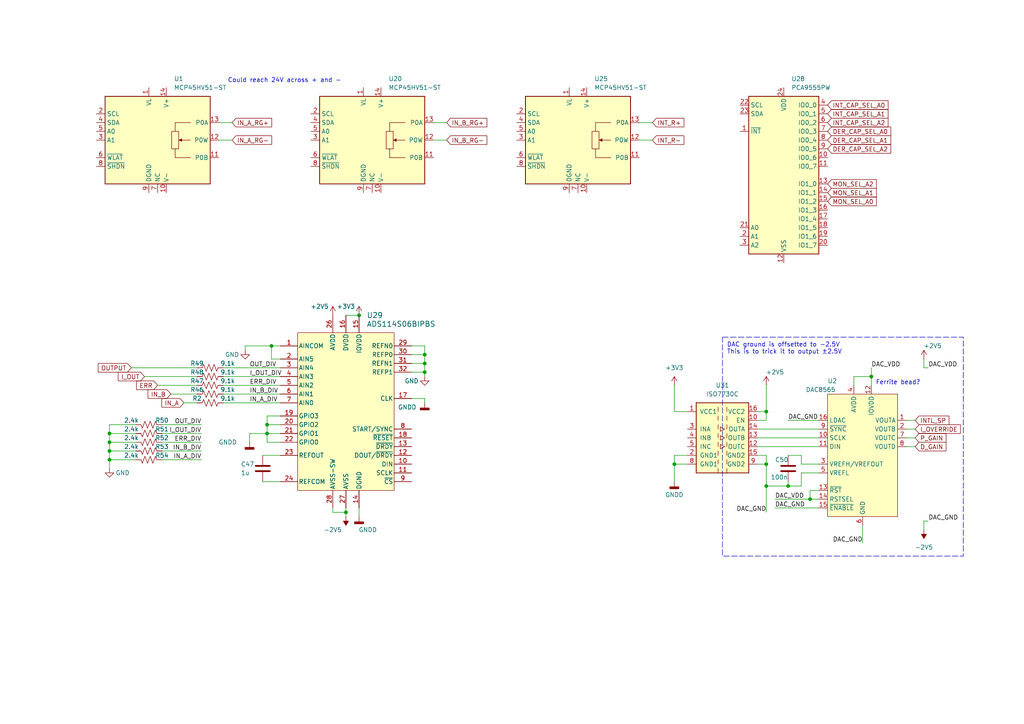
<source format=kicad_sch>
(kicad_sch (version 20230121) (generator eeschema)

  (uuid f16f60a7-2fae-4dcb-b1f4-b211c2380296)

  (paper "A4")

  (lib_symbols
    (symbol "Analog_DAC:DAC8565" (in_bom yes) (on_board yes)
      (property "Reference" "U" (at -8.89 21.59 0)
        (effects (font (size 1.27 1.27)))
      )
      (property "Value" "DAC8565" (at 10.16 21.59 0)
        (effects (font (size 1.27 1.27)))
      )
      (property "Footprint" "Package_SO:TSSOP-16_4.4x5mm_P0.65mm" (at -22.86 -17.78 0)
        (effects (font (size 1.27 1.27)) hide)
      )
      (property "Datasheet" "https://www.ti.com/lit/ds/symlink/dac8565.pdf" (at -25.4 -17.78 0)
        (effects (font (size 1.27 1.27)) hide)
      )
      (property "ki_keywords" "16-bit quad DAC voltage reference" (at 0 0 0)
        (effects (font (size 1.27 1.27)) hide)
      )
      (property "ki_description" "16-bit quad-channel voltage output DAC with 2.5V internal reference" (at 0 0 0)
        (effects (font (size 1.27 1.27)) hide)
      )
      (property "ki_fp_filters" "TSSOP*4.4x5mm*P0.65mm*" (at 0 0 0)
        (effects (font (size 1.27 1.27)) hide)
      )
      (symbol "DAC8565_0_0"
        (pin output line (at 12.7 12.7 180) (length 2.54)
          (name "VOUTA" (effects (font (size 1.27 1.27))))
          (number "1" (effects (font (size 1.27 1.27))))
        )
        (pin input line (at -12.7 7.62 0) (length 2.54)
          (name "SCLK" (effects (font (size 1.27 1.27))))
          (number "10" (effects (font (size 1.27 1.27))))
        )
        (pin input line (at -12.7 5.08 0) (length 2.54)
          (name "DIN" (effects (font (size 1.27 1.27))))
          (number "11" (effects (font (size 1.27 1.27))))
        )
        (pin power_in line (at 2.54 22.86 270) (length 2.54)
          (name "IOVDD" (effects (font (size 1.27 1.27))))
          (number "12" (effects (font (size 1.27 1.27))))
        )
        (pin input line (at -12.7 -7.62 0) (length 2.54)
          (name "~{RST}" (effects (font (size 1.27 1.27))))
          (number "13" (effects (font (size 1.27 1.27))))
        )
        (pin input line (at -12.7 -10.16 0) (length 2.54)
          (name "RSTSEL" (effects (font (size 1.27 1.27))))
          (number "14" (effects (font (size 1.27 1.27))))
        )
        (pin input line (at -12.7 -12.7 0) (length 2.54)
          (name "~{ENABLE}" (effects (font (size 1.27 1.27))))
          (number "15" (effects (font (size 1.27 1.27))))
        )
        (pin input line (at -12.7 12.7 0) (length 2.54)
          (name "LDAC" (effects (font (size 1.27 1.27))))
          (number "16" (effects (font (size 1.27 1.27))))
        )
        (pin output line (at 12.7 10.16 180) (length 2.54)
          (name "VOUTB" (effects (font (size 1.27 1.27))))
          (number "2" (effects (font (size 1.27 1.27))))
        )
        (pin bidirectional line (at -12.7 0 0) (length 2.54)
          (name "VREFH/VREFOUT" (effects (font (size 1.27 1.27))))
          (number "3" (effects (font (size 1.27 1.27))))
        )
        (pin power_in line (at -2.54 22.86 270) (length 2.54)
          (name "AVDD" (effects (font (size 1.27 1.27))))
          (number "4" (effects (font (size 1.27 1.27))))
        )
        (pin input line (at -12.7 -2.54 0) (length 2.54)
          (name "VREFL" (effects (font (size 1.27 1.27))))
          (number "5" (effects (font (size 1.27 1.27))))
        )
        (pin power_in line (at 0 -17.78 90) (length 2.54)
          (name "GND" (effects (font (size 1.27 1.27))))
          (number "6" (effects (font (size 1.27 1.27))))
        )
        (pin output line (at 12.7 7.62 180) (length 2.54)
          (name "VOUTC" (effects (font (size 1.27 1.27))))
          (number "7" (effects (font (size 1.27 1.27))))
        )
        (pin output line (at 12.7 5.08 180) (length 2.54)
          (name "VOUTD" (effects (font (size 1.27 1.27))))
          (number "8" (effects (font (size 1.27 1.27))))
        )
        (pin input line (at -12.7 10.16 0) (length 2.54)
          (name "~{SYNC}" (effects (font (size 1.27 1.27))))
          (number "9" (effects (font (size 1.27 1.27))))
        )
      )
      (symbol "DAC8565_0_1"
        (rectangle (start -10.16 20.32) (end 10.16 -15.24)
          (stroke (width 0.1524) (type default))
          (fill (type background))
        )
      )
    )
    (symbol "Device:C" (pin_numbers hide) (pin_names (offset 0.254)) (in_bom yes) (on_board yes)
      (property "Reference" "C" (at 0.635 2.54 0)
        (effects (font (size 1.27 1.27)) (justify left))
      )
      (property "Value" "C" (at 0.635 -2.54 0)
        (effects (font (size 1.27 1.27)) (justify left))
      )
      (property "Footprint" "" (at 0.9652 -3.81 0)
        (effects (font (size 1.27 1.27)) hide)
      )
      (property "Datasheet" "~" (at 0 0 0)
        (effects (font (size 1.27 1.27)) hide)
      )
      (property "ki_keywords" "cap capacitor" (at 0 0 0)
        (effects (font (size 1.27 1.27)) hide)
      )
      (property "ki_description" "Unpolarized capacitor" (at 0 0 0)
        (effects (font (size 1.27 1.27)) hide)
      )
      (property "ki_fp_filters" "C_*" (at 0 0 0)
        (effects (font (size 1.27 1.27)) hide)
      )
      (symbol "C_0_1"
        (polyline
          (pts
            (xy -2.032 -0.762)
            (xy 2.032 -0.762)
          )
          (stroke (width 0.508) (type default))
          (fill (type none))
        )
        (polyline
          (pts
            (xy -2.032 0.762)
            (xy 2.032 0.762)
          )
          (stroke (width 0.508) (type default))
          (fill (type none))
        )
      )
      (symbol "C_1_1"
        (pin passive line (at 0 3.81 270) (length 2.794)
          (name "~" (effects (font (size 1.27 1.27))))
          (number "1" (effects (font (size 1.27 1.27))))
        )
        (pin passive line (at 0 -3.81 90) (length 2.794)
          (name "~" (effects (font (size 1.27 1.27))))
          (number "2" (effects (font (size 1.27 1.27))))
        )
      )
    )
    (symbol "Device:R_US" (pin_numbers hide) (pin_names (offset 0)) (in_bom yes) (on_board yes)
      (property "Reference" "R" (at 2.54 0 90)
        (effects (font (size 1.27 1.27)))
      )
      (property "Value" "R_US" (at -2.54 0 90)
        (effects (font (size 1.27 1.27)))
      )
      (property "Footprint" "" (at 1.016 -0.254 90)
        (effects (font (size 1.27 1.27)) hide)
      )
      (property "Datasheet" "~" (at 0 0 0)
        (effects (font (size 1.27 1.27)) hide)
      )
      (property "ki_keywords" "R res resistor" (at 0 0 0)
        (effects (font (size 1.27 1.27)) hide)
      )
      (property "ki_description" "Resistor, US symbol" (at 0 0 0)
        (effects (font (size 1.27 1.27)) hide)
      )
      (property "ki_fp_filters" "R_*" (at 0 0 0)
        (effects (font (size 1.27 1.27)) hide)
      )
      (symbol "R_US_0_1"
        (polyline
          (pts
            (xy 0 -2.286)
            (xy 0 -2.54)
          )
          (stroke (width 0) (type default))
          (fill (type none))
        )
        (polyline
          (pts
            (xy 0 2.286)
            (xy 0 2.54)
          )
          (stroke (width 0) (type default))
          (fill (type none))
        )
        (polyline
          (pts
            (xy 0 -0.762)
            (xy 1.016 -1.143)
            (xy 0 -1.524)
            (xy -1.016 -1.905)
            (xy 0 -2.286)
          )
          (stroke (width 0) (type default))
          (fill (type none))
        )
        (polyline
          (pts
            (xy 0 0.762)
            (xy 1.016 0.381)
            (xy 0 0)
            (xy -1.016 -0.381)
            (xy 0 -0.762)
          )
          (stroke (width 0) (type default))
          (fill (type none))
        )
        (polyline
          (pts
            (xy 0 2.286)
            (xy 1.016 1.905)
            (xy 0 1.524)
            (xy -1.016 1.143)
            (xy 0 0.762)
          )
          (stroke (width 0) (type default))
          (fill (type none))
        )
      )
      (symbol "R_US_1_1"
        (pin passive line (at 0 3.81 270) (length 1.27)
          (name "~" (effects (font (size 1.27 1.27))))
          (number "1" (effects (font (size 1.27 1.27))))
        )
        (pin passive line (at 0 -3.81 90) (length 1.27)
          (name "~" (effects (font (size 1.27 1.27))))
          (number "2" (effects (font (size 1.27 1.27))))
        )
      )
    )
    (symbol "Interface_Expansion:PCA9555PW" (in_bom yes) (on_board yes)
      (property "Reference" "U" (at -8.89 24.13 0)
        (effects (font (size 1.27 1.27)))
      )
      (property "Value" "PCA9555PW" (at 6.35 24.13 0)
        (effects (font (size 1.27 1.27)))
      )
      (property "Footprint" "Package_SO:TSSOP-24_4.4x7.8mm_P0.65mm" (at 0 0 0)
        (effects (font (size 1.27 1.27)) hide)
      )
      (property "Datasheet" "https://www.nxp.com/docs/en/data-sheet/PCA9555.pdf" (at 0 0 0)
        (effects (font (size 1.27 1.27)) hide)
      )
      (property "ki_keywords" "I2C TWI IO expander" (at 0 0 0)
        (effects (font (size 1.27 1.27)) hide)
      )
      (property "ki_description" "IO expander 16 GPIO, I2C 400kHz, Interrupt, 2.3 - 5.5V, TSSOP-24" (at 0 0 0)
        (effects (font (size 1.27 1.27)) hide)
      )
      (property "ki_fp_filters" "TSSOP*4.4x7.8mm*P0.65mm*" (at 0 0 0)
        (effects (font (size 1.27 1.27)) hide)
      )
      (symbol "PCA9555PW_0_1"
        (rectangle (start -10.16 22.86) (end 10.16 -22.86)
          (stroke (width 0.254) (type default))
          (fill (type background))
        )
      )
      (symbol "PCA9555PW_1_1"
        (pin open_collector line (at -12.7 12.7 0) (length 2.54)
          (name "~{INT}" (effects (font (size 1.27 1.27))))
          (number "1" (effects (font (size 1.27 1.27))))
        )
        (pin bidirectional line (at 12.7 5.08 180) (length 2.54)
          (name "IO0_6" (effects (font (size 1.27 1.27))))
          (number "10" (effects (font (size 1.27 1.27))))
        )
        (pin bidirectional line (at 12.7 2.54 180) (length 2.54)
          (name "IO0_7" (effects (font (size 1.27 1.27))))
          (number "11" (effects (font (size 1.27 1.27))))
        )
        (pin power_in line (at 0 -25.4 90) (length 2.54)
          (name "VSS" (effects (font (size 1.27 1.27))))
          (number "12" (effects (font (size 1.27 1.27))))
        )
        (pin bidirectional line (at 12.7 -2.54 180) (length 2.54)
          (name "IO1_0" (effects (font (size 1.27 1.27))))
          (number "13" (effects (font (size 1.27 1.27))))
        )
        (pin bidirectional line (at 12.7 -5.08 180) (length 2.54)
          (name "IO1_1" (effects (font (size 1.27 1.27))))
          (number "14" (effects (font (size 1.27 1.27))))
        )
        (pin bidirectional line (at 12.7 -7.62 180) (length 2.54)
          (name "IO1_2" (effects (font (size 1.27 1.27))))
          (number "15" (effects (font (size 1.27 1.27))))
        )
        (pin bidirectional line (at 12.7 -10.16 180) (length 2.54)
          (name "IO1_3" (effects (font (size 1.27 1.27))))
          (number "16" (effects (font (size 1.27 1.27))))
        )
        (pin bidirectional line (at 12.7 -12.7 180) (length 2.54)
          (name "IO1_4" (effects (font (size 1.27 1.27))))
          (number "17" (effects (font (size 1.27 1.27))))
        )
        (pin bidirectional line (at 12.7 -15.24 180) (length 2.54)
          (name "IO1_5" (effects (font (size 1.27 1.27))))
          (number "18" (effects (font (size 1.27 1.27))))
        )
        (pin bidirectional line (at 12.7 -17.78 180) (length 2.54)
          (name "IO1_6" (effects (font (size 1.27 1.27))))
          (number "19" (effects (font (size 1.27 1.27))))
        )
        (pin input line (at -12.7 -17.78 0) (length 2.54)
          (name "A1" (effects (font (size 1.27 1.27))))
          (number "2" (effects (font (size 1.27 1.27))))
        )
        (pin bidirectional line (at 12.7 -20.32 180) (length 2.54)
          (name "IO1_7" (effects (font (size 1.27 1.27))))
          (number "20" (effects (font (size 1.27 1.27))))
        )
        (pin input line (at -12.7 -15.24 0) (length 2.54)
          (name "A0" (effects (font (size 1.27 1.27))))
          (number "21" (effects (font (size 1.27 1.27))))
        )
        (pin input line (at -12.7 20.32 0) (length 2.54)
          (name "SCL" (effects (font (size 1.27 1.27))))
          (number "22" (effects (font (size 1.27 1.27))))
        )
        (pin bidirectional line (at -12.7 17.78 0) (length 2.54)
          (name "SDA" (effects (font (size 1.27 1.27))))
          (number "23" (effects (font (size 1.27 1.27))))
        )
        (pin power_in line (at 0 25.4 270) (length 2.54)
          (name "VDD" (effects (font (size 1.27 1.27))))
          (number "24" (effects (font (size 1.27 1.27))))
        )
        (pin input line (at -12.7 -20.32 0) (length 2.54)
          (name "A2" (effects (font (size 1.27 1.27))))
          (number "3" (effects (font (size 1.27 1.27))))
        )
        (pin bidirectional line (at 12.7 20.32 180) (length 2.54)
          (name "IO0_0" (effects (font (size 1.27 1.27))))
          (number "4" (effects (font (size 1.27 1.27))))
        )
        (pin bidirectional line (at 12.7 17.78 180) (length 2.54)
          (name "IO0_1" (effects (font (size 1.27 1.27))))
          (number "5" (effects (font (size 1.27 1.27))))
        )
        (pin bidirectional line (at 12.7 15.24 180) (length 2.54)
          (name "IO0_2" (effects (font (size 1.27 1.27))))
          (number "6" (effects (font (size 1.27 1.27))))
        )
        (pin bidirectional line (at 12.7 12.7 180) (length 2.54)
          (name "IO0_3" (effects (font (size 1.27 1.27))))
          (number "7" (effects (font (size 1.27 1.27))))
        )
        (pin bidirectional line (at 12.7 10.16 180) (length 2.54)
          (name "IO0_4" (effects (font (size 1.27 1.27))))
          (number "8" (effects (font (size 1.27 1.27))))
        )
        (pin bidirectional line (at 12.7 7.62 180) (length 2.54)
          (name "IO0_5" (effects (font (size 1.27 1.27))))
          (number "9" (effects (font (size 1.27 1.27))))
        )
      )
    )
    (symbol "Isolator:ISO7330C" (pin_names (offset 1.016)) (in_bom yes) (on_board yes)
      (property "Reference" "U" (at -6.35 11.43 0)
        (effects (font (size 1.27 1.27)))
      )
      (property "Value" "ISO7330C" (at 8.382 11.43 0)
        (effects (font (size 1.27 1.27)))
      )
      (property "Footprint" "Package_SO:SOIC-16W_7.5x10.3mm_P1.27mm" (at 0 -12.7 0)
        (effects (font (size 1.27 1.27) italic) hide)
      )
      (property "Datasheet" "http://www.ti.com/lit/ds/symlink/iso7330-q1.pdf" (at 0 7.62 0)
        (effects (font (size 1.27 1.27)) hide)
      )
      (property "ki_keywords" "3Ch Quad Digital Isolator 25Mbps" (at 0 0 0)
        (effects (font (size 1.27 1.27)) hide)
      )
      (property "ki_description" "Low Power Quad-Channel 3/0 Digital Isolator, 25Mbps 31ns, Fail-Safe High, SO16" (at 0 0 0)
        (effects (font (size 1.27 1.27)) hide)
      )
      (property "ki_fp_filters" "SOIC*7.5x10.3mm*P1.27mm*" (at 0 0 0)
        (effects (font (size 1.27 1.27)) hide)
      )
      (symbol "ISO7330C_0_1"
        (rectangle (start -7.62 10.16) (end 7.62 -10.16)
          (stroke (width 0.254) (type default))
          (fill (type background))
        )
        (polyline
          (pts
            (xy -1.27 -8.89)
            (xy -1.27 -10.16)
          )
          (stroke (width 0) (type default))
          (fill (type none))
        )
        (polyline
          (pts
            (xy -1.27 -6.35)
            (xy -1.27 -7.62)
          )
          (stroke (width 0) (type default))
          (fill (type none))
        )
        (polyline
          (pts
            (xy -1.27 -3.81)
            (xy -1.27 -5.08)
          )
          (stroke (width 0) (type default))
          (fill (type none))
        )
        (polyline
          (pts
            (xy -1.27 -1.27)
            (xy -1.27 -2.54)
          )
          (stroke (width 0) (type default))
          (fill (type none))
        )
        (polyline
          (pts
            (xy -1.27 1.27)
            (xy -1.27 0)
          )
          (stroke (width 0) (type default))
          (fill (type none))
        )
        (polyline
          (pts
            (xy -1.27 3.81)
            (xy -1.27 2.54)
          )
          (stroke (width 0) (type default))
          (fill (type none))
        )
        (polyline
          (pts
            (xy -1.27 6.35)
            (xy -1.27 5.08)
          )
          (stroke (width 0) (type default))
          (fill (type none))
        )
        (polyline
          (pts
            (xy -1.27 8.89)
            (xy -1.27 7.62)
          )
          (stroke (width 0) (type default))
          (fill (type none))
        )
        (polyline
          (pts
            (xy 1.27 -8.89)
            (xy 1.27 -10.16)
          )
          (stroke (width 0) (type default))
          (fill (type none))
        )
        (polyline
          (pts
            (xy 1.27 -6.35)
            (xy 1.27 -7.62)
          )
          (stroke (width 0) (type default))
          (fill (type none))
        )
        (polyline
          (pts
            (xy 1.27 -3.81)
            (xy 1.27 -5.08)
          )
          (stroke (width 0) (type default))
          (fill (type none))
        )
        (polyline
          (pts
            (xy 1.27 -1.27)
            (xy 1.27 -2.54)
          )
          (stroke (width 0) (type default))
          (fill (type none))
        )
        (polyline
          (pts
            (xy 1.27 1.27)
            (xy 1.27 0)
          )
          (stroke (width 0) (type default))
          (fill (type none))
        )
        (polyline
          (pts
            (xy 1.27 3.81)
            (xy 1.27 2.54)
          )
          (stroke (width 0) (type default))
          (fill (type none))
        )
        (polyline
          (pts
            (xy 1.27 6.35)
            (xy 1.27 5.08)
          )
          (stroke (width 0) (type default))
          (fill (type none))
        )
        (polyline
          (pts
            (xy 1.27 8.89)
            (xy 1.27 7.62)
          )
          (stroke (width 0) (type default))
          (fill (type none))
        )
        (polyline
          (pts
            (xy -0.635 -1.905)
            (xy -0.635 -3.175)
            (xy 0.635 -2.54)
            (xy -0.635 -1.905)
          )
          (stroke (width 0) (type default))
          (fill (type none))
        )
        (polyline
          (pts
            (xy -0.635 0.635)
            (xy -0.635 -0.635)
            (xy 0.635 0)
            (xy -0.635 0.635)
          )
          (stroke (width 0) (type default))
          (fill (type none))
        )
        (polyline
          (pts
            (xy -0.635 3.175)
            (xy -0.635 1.905)
            (xy 0.635 2.54)
            (xy -0.635 3.175)
          )
          (stroke (width 0) (type default))
          (fill (type none))
        )
      )
      (symbol "ISO7330C_1_1"
        (pin power_in line (at -10.16 7.62 0) (length 2.54)
          (name "VCC1" (effects (font (size 1.27 1.27))))
          (number "1" (effects (font (size 1.27 1.27))))
        )
        (pin input line (at 10.16 5.08 180) (length 2.54)
          (name "EN" (effects (font (size 1.27 1.27))))
          (number "10" (effects (font (size 1.27 1.27))))
        )
        (pin no_connect line (at -7.62 5.08 0) (length 2.54) hide
          (name "NC" (effects (font (size 1.27 1.27))))
          (number "11" (effects (font (size 1.27 1.27))))
        )
        (pin output line (at 10.16 -2.54 180) (length 2.54)
          (name "OUTC" (effects (font (size 1.27 1.27))))
          (number "12" (effects (font (size 1.27 1.27))))
        )
        (pin output line (at 10.16 0 180) (length 2.54)
          (name "OUTB" (effects (font (size 1.27 1.27))))
          (number "13" (effects (font (size 1.27 1.27))))
        )
        (pin output line (at 10.16 2.54 180) (length 2.54)
          (name "OUTA" (effects (font (size 1.27 1.27))))
          (number "14" (effects (font (size 1.27 1.27))))
        )
        (pin power_in line (at 10.16 -5.08 180) (length 2.54)
          (name "GND2" (effects (font (size 1.27 1.27))))
          (number "15" (effects (font (size 1.27 1.27))))
        )
        (pin power_in line (at 10.16 7.62 180) (length 2.54)
          (name "VCC2" (effects (font (size 1.27 1.27))))
          (number "16" (effects (font (size 1.27 1.27))))
        )
        (pin power_in line (at -10.16 -5.08 0) (length 2.54)
          (name "GND1" (effects (font (size 1.27 1.27))))
          (number "2" (effects (font (size 1.27 1.27))))
        )
        (pin input line (at -10.16 2.54 0) (length 2.54)
          (name "INA" (effects (font (size 1.27 1.27))))
          (number "3" (effects (font (size 1.27 1.27))))
        )
        (pin input line (at -10.16 0 0) (length 2.54)
          (name "INB" (effects (font (size 1.27 1.27))))
          (number "4" (effects (font (size 1.27 1.27))))
        )
        (pin input line (at -10.16 -2.54 0) (length 2.54)
          (name "INC" (effects (font (size 1.27 1.27))))
          (number "5" (effects (font (size 1.27 1.27))))
        )
        (pin no_connect line (at 0 -10.16 90) (length 2.54) hide
          (name "NC" (effects (font (size 1.27 1.27))))
          (number "6" (effects (font (size 1.27 1.27))))
        )
        (pin no_connect line (at 0 10.16 270) (length 2.54) hide
          (name "NC" (effects (font (size 1.27 1.27))))
          (number "7" (effects (font (size 1.27 1.27))))
        )
        (pin power_in line (at -10.16 -7.62 0) (length 2.54)
          (name "GND1" (effects (font (size 1.27 1.27))))
          (number "8" (effects (font (size 1.27 1.27))))
        )
        (pin power_in line (at 10.16 -7.62 180) (length 2.54)
          (name "GND2" (effects (font (size 1.27 1.27))))
          (number "9" (effects (font (size 1.27 1.27))))
        )
      )
    )
    (symbol "Potentiometer_Digital:MCP45HV51-ST" (in_bom yes) (on_board yes)
      (property "Reference" "U" (at -13.97 13.97 0)
        (effects (font (size 1.27 1.27)))
      )
      (property "Value" "MCP45HV51-ST" (at 11.43 13.97 0)
        (effects (font (size 1.27 1.27)))
      )
      (property "Footprint" "Package_SO:TSSOP-14_4.4x5mm_P0.65mm" (at 27.94 -13.97 0)
        (effects (font (size 1.27 1.27)) hide)
      )
      (property "Datasheet" "http://ww1.microchip.com/downloads/en/DeviceDoc/20005304A.pdf" (at -13.97 11.43 0)
        (effects (font (size 1.27 1.27)) hide)
      )
      (property "ki_keywords" "I2C Potentiometer pot digital" (at 0 0 0)
        (effects (font (size 1.27 1.27)) hide)
      )
      (property "ki_description" "7/8-bit single +36V (+/-18V) digital pot, I2C serial interface, volatile memory, TSSOP-14" (at 0 0 0)
        (effects (font (size 1.27 1.27)) hide)
      )
      (property "ki_fp_filters" "TSSOP*4.4x5mm*P0.65mm*" (at 0 0 0)
        (effects (font (size 1.27 1.27)) hide)
      )
      (symbol "MCP45HV51-ST_0_1"
        (polyline
          (pts
            (xy 9.525 0)
            (xy 6.223 0)
          )
          (stroke (width 0) (type default))
          (fill (type none))
        )
        (polyline
          (pts
            (xy 5.08 -2.54)
            (xy 5.08 -5.08)
            (xy 9.525 -5.08)
          )
          (stroke (width 0) (type default))
          (fill (type none))
        )
        (polyline
          (pts
            (xy 5.08 2.54)
            (xy 5.08 5.08)
            (xy 9.525 5.08)
          )
          (stroke (width 0) (type default))
          (fill (type none))
        )
        (polyline
          (pts
            (xy 6.223 0)
            (xy 6.985 0.381)
            (xy 6.985 -0.381)
            (xy 6.223 0)
          )
          (stroke (width 0) (type default))
          (fill (type outline))
        )
        (polyline
          (pts
            (xy 6.096 2.54)
            (xy 4.064 2.54)
            (xy 4.064 -2.54)
            (xy 6.096 -2.54)
            (xy 6.096 2.54)
          )
          (stroke (width 0) (type default))
          (fill (type none))
        )
      )
      (symbol "MCP45HV51-ST_1_1"
        (rectangle (start -15.24 12.7) (end 15.24 -12.7)
          (stroke (width 0.254) (type default))
          (fill (type background))
        )
        (pin power_in line (at -2.54 15.24 270) (length 2.54)
          (name "VL" (effects (font (size 1.27 1.27))))
          (number "1" (effects (font (size 1.27 1.27))))
        )
        (pin power_in line (at 2.54 -15.24 90) (length 2.54)
          (name "V-" (effects (font (size 1.27 1.27))))
          (number "10" (effects (font (size 1.27 1.27))))
        )
        (pin passive line (at 17.78 -5.08 180) (length 2.54)
          (name "P0B" (effects (font (size 1.27 1.27))))
          (number "11" (effects (font (size 1.27 1.27))))
        )
        (pin passive line (at 17.78 0 180) (length 2.54)
          (name "P0W" (effects (font (size 1.27 1.27))))
          (number "12" (effects (font (size 1.27 1.27))))
        )
        (pin passive line (at 17.78 5.08 180) (length 2.54)
          (name "P0A" (effects (font (size 1.27 1.27))))
          (number "13" (effects (font (size 1.27 1.27))))
        )
        (pin power_in line (at 2.54 15.24 270) (length 2.54)
          (name "V+" (effects (font (size 1.27 1.27))))
          (number "14" (effects (font (size 1.27 1.27))))
        )
        (pin input line (at -17.78 7.62 0) (length 2.54)
          (name "SCL" (effects (font (size 1.27 1.27))))
          (number "2" (effects (font (size 1.27 1.27))))
        )
        (pin input line (at -17.78 0 0) (length 2.54)
          (name "A1" (effects (font (size 1.27 1.27))))
          (number "3" (effects (font (size 1.27 1.27))))
        )
        (pin bidirectional line (at -17.78 5.08 0) (length 2.54)
          (name "SDA" (effects (font (size 1.27 1.27))))
          (number "4" (effects (font (size 1.27 1.27))))
        )
        (pin input line (at -17.78 2.54 0) (length 2.54)
          (name "A0" (effects (font (size 1.27 1.27))))
          (number "5" (effects (font (size 1.27 1.27))))
        )
        (pin input line (at -17.78 -5.08 0) (length 2.54)
          (name "~{WLAT}" (effects (font (size 1.27 1.27))))
          (number "6" (effects (font (size 1.27 1.27))))
        )
        (pin passive line (at 0 -15.24 90) (length 2.54)
          (name "NC" (effects (font (size 1.27 1.27))))
          (number "7" (effects (font (size 1.27 1.27))))
        )
        (pin input line (at -17.78 -7.62 0) (length 2.54)
          (name "~{SHDN}" (effects (font (size 1.27 1.27))))
          (number "8" (effects (font (size 1.27 1.27))))
        )
        (pin power_in line (at -2.54 -15.24 90) (length 2.54)
          (name "DGND" (effects (font (size 1.27 1.27))))
          (number "9" (effects (font (size 1.27 1.27))))
        )
      )
    )
    (symbol "local_lib:ADS114S06BIPBS" (pin_names (offset 0.254)) (in_bom yes) (on_board yes)
      (property "Reference" "U" (at 0 2.54 0)
        (effects (font (size 1.524 1.524)))
      )
      (property "Value" "ADS114S06BIPBS" (at 0 0 0)
        (effects (font (size 1.524 1.524)))
      )
      (property "Footprint" "Package_QFP:PQFP-32_5x5mm_P0.5mm" (at 0 0 0)
        (effects (font (size 1.27 1.27) italic) hide)
      )
      (property "Datasheet" "https://www.ti.com/lit/ds/symlink/ads114s06.pdf" (at 0 0 0)
        (effects (font (size 1.27 1.27) italic) hide)
      )
      (property "ki_keywords" "ADS114S06BIPBS" (at 0 0 0)
        (effects (font (size 1.27 1.27)) hide)
      )
      (property "ki_fp_filters" "PBS0032A_N PBS0032A_M PBS0032A_L" (at 0 0 0)
        (effects (font (size 1.27 1.27)) hide)
      )
      (symbol "ADS114S06BIPBS_0_1"
        (pin input line (at -19.05 20.32 0) (length 5.08)
          (name "AINCOM" (effects (font (size 1.27 1.27))))
          (number "1" (effects (font (size 1.27 1.27))))
        )
        (pin input line (at 19.05 -13.97 180) (length 5.08)
          (name "DIN" (effects (font (size 1.27 1.27))))
          (number "10" (effects (font (size 1.27 1.27))))
        )
        (pin input line (at 19.05 -16.51 180) (length 5.08)
          (name "SCLK" (effects (font (size 1.27 1.27))))
          (number "11" (effects (font (size 1.27 1.27))))
        )
        (pin power_in line (at 3.81 -26.67 90) (length 5.08)
          (name "DGND" (effects (font (size 1.27 1.27))))
          (number "14" (effects (font (size 1.27 1.27))))
        )
        (pin power_in line (at 3.81 29.21 270) (length 5.08)
          (name "IOVDD" (effects (font (size 1.27 1.27))))
          (number "15" (effects (font (size 1.27 1.27))))
        )
        (pin power_in line (at 0 29.21 270) (length 5.08)
          (name "DVDD" (effects (font (size 1.27 1.27))))
          (number "16" (effects (font (size 1.27 1.27))))
        )
        (pin input line (at 19.05 5.08 180) (length 5.08)
          (name "CLK" (effects (font (size 1.27 1.27))))
          (number "17" (effects (font (size 1.27 1.27))))
        )
        (pin bidirectional line (at -19.05 0 0) (length 5.08)
          (name "GPIO3" (effects (font (size 1.27 1.27))))
          (number "19" (effects (font (size 1.27 1.27))))
        )
        (pin input line (at -19.05 16.51 0) (length 5.08)
          (name "AIN5" (effects (font (size 1.27 1.27))))
          (number "2" (effects (font (size 1.27 1.27))))
        )
        (pin bidirectional line (at -19.05 -2.54 0) (length 5.08)
          (name "GPIO2" (effects (font (size 1.27 1.27))))
          (number "20" (effects (font (size 1.27 1.27))))
        )
        (pin bidirectional line (at -19.05 -5.08 0) (length 5.08)
          (name "GPIO1" (effects (font (size 1.27 1.27))))
          (number "21" (effects (font (size 1.27 1.27))))
        )
        (pin bidirectional line (at -19.05 -7.62 0) (length 5.08)
          (name "GPIO0" (effects (font (size 1.27 1.27))))
          (number "22" (effects (font (size 1.27 1.27))))
        )
        (pin power_in line (at -19.05 -11.43 0) (length 5.08)
          (name "REFOUT" (effects (font (size 1.27 1.27))))
          (number "23" (effects (font (size 1.27 1.27))))
        )
        (pin power_in line (at -19.05 -19.05 0) (length 5.08)
          (name "REFCOM" (effects (font (size 1.27 1.27))))
          (number "24" (effects (font (size 1.27 1.27))))
        )
        (pin power_in line (at -3.81 29.21 270) (length 5.08)
          (name "AVDD" (effects (font (size 1.27 1.27))))
          (number "26" (effects (font (size 1.27 1.27))))
        )
        (pin power_in line (at 0 -26.67 90) (length 5.08)
          (name "AVSS" (effects (font (size 1.27 1.27))))
          (number "27" (effects (font (size 1.27 1.27))))
        )
        (pin power_in line (at -3.81 -26.67 90) (length 5.08)
          (name "AVSS-SW" (effects (font (size 1.27 1.27))))
          (number "28" (effects (font (size 1.27 1.27))))
        )
        (pin input line (at 19.05 20.32 180) (length 5.08)
          (name "REFN0" (effects (font (size 1.27 1.27))))
          (number "29" (effects (font (size 1.27 1.27))))
        )
        (pin input line (at -19.05 13.97 0) (length 5.08)
          (name "AIN4" (effects (font (size 1.27 1.27))))
          (number "3" (effects (font (size 1.27 1.27))))
        )
        (pin input line (at 19.05 17.78 180) (length 5.08)
          (name "REFP0" (effects (font (size 1.27 1.27))))
          (number "30" (effects (font (size 1.27 1.27))))
        )
        (pin input line (at 19.05 15.24 180) (length 5.08)
          (name "REFN1" (effects (font (size 1.27 1.27))))
          (number "31" (effects (font (size 1.27 1.27))))
        )
        (pin input line (at 19.05 12.7 180) (length 5.08)
          (name "REFP1" (effects (font (size 1.27 1.27))))
          (number "32" (effects (font (size 1.27 1.27))))
        )
        (pin input line (at -19.05 11.43 0) (length 5.08)
          (name "AIN3" (effects (font (size 1.27 1.27))))
          (number "4" (effects (font (size 1.27 1.27))))
        )
        (pin input line (at -19.05 8.89 0) (length 5.08)
          (name "AIN2" (effects (font (size 1.27 1.27))))
          (number "5" (effects (font (size 1.27 1.27))))
        )
        (pin input line (at -19.05 6.35 0) (length 5.08)
          (name "AIN1" (effects (font (size 1.27 1.27))))
          (number "6" (effects (font (size 1.27 1.27))))
        )
        (pin input line (at -19.05 3.81 0) (length 5.08)
          (name "AIN0" (effects (font (size 1.27 1.27))))
          (number "7" (effects (font (size 1.27 1.27))))
        )
      )
      (symbol "ADS114S06BIPBS_1_1"
        (rectangle (start -13.97 24.13) (end 13.97 -21.59)
          (stroke (width 0) (type default))
          (fill (type background))
        )
        (pin output line (at 19.05 -11.43 180) (length 5.08)
          (name "DOUT/~{DRDY}" (effects (font (size 1.27 1.27))))
          (number "12" (effects (font (size 1.27 1.27))))
        )
        (pin output line (at 19.05 -8.89 180) (length 5.08)
          (name "~{DRDY}" (effects (font (size 1.27 1.27))))
          (number "13" (effects (font (size 1.27 1.27))))
        )
        (pin input line (at 19.05 -6.35 180) (length 5.08)
          (name "~{RESET}" (effects (font (size 1.27 1.27))))
          (number "18" (effects (font (size 1.27 1.27))))
        )
        (pin unspecified line (at 7.62 -21.59 270) (length 5.08) hide
          (name "NC" (effects (font (size 1.27 1.27))))
          (number "25" (effects (font (size 1.27 1.27))))
        )
        (pin input line (at 19.05 -3.81 180) (length 5.08)
          (name "START/SYNC" (effects (font (size 1.27 1.27))))
          (number "8" (effects (font (size 1.27 1.27))))
        )
        (pin input line (at 19.05 -19.05 180) (length 5.08)
          (name "~{CS}" (effects (font (size 1.27 1.27))))
          (number "9" (effects (font (size 1.27 1.27))))
        )
      )
    )
    (symbol "power:+2V5" (power) (pin_names (offset 0)) (in_bom yes) (on_board yes)
      (property "Reference" "#PWR" (at 0 -3.81 0)
        (effects (font (size 1.27 1.27)) hide)
      )
      (property "Value" "+2V5" (at 0 3.556 0)
        (effects (font (size 1.27 1.27)))
      )
      (property "Footprint" "" (at 0 0 0)
        (effects (font (size 1.27 1.27)) hide)
      )
      (property "Datasheet" "" (at 0 0 0)
        (effects (font (size 1.27 1.27)) hide)
      )
      (property "ki_keywords" "global power" (at 0 0 0)
        (effects (font (size 1.27 1.27)) hide)
      )
      (property "ki_description" "Power symbol creates a global label with name \"+2V5\"" (at 0 0 0)
        (effects (font (size 1.27 1.27)) hide)
      )
      (symbol "+2V5_0_1"
        (polyline
          (pts
            (xy -0.762 1.27)
            (xy 0 2.54)
          )
          (stroke (width 0) (type default))
          (fill (type none))
        )
        (polyline
          (pts
            (xy 0 0)
            (xy 0 2.54)
          )
          (stroke (width 0) (type default))
          (fill (type none))
        )
        (polyline
          (pts
            (xy 0 2.54)
            (xy 0.762 1.27)
          )
          (stroke (width 0) (type default))
          (fill (type none))
        )
      )
      (symbol "+2V5_1_1"
        (pin power_in line (at 0 0 90) (length 0) hide
          (name "+2V5" (effects (font (size 1.27 1.27))))
          (number "1" (effects (font (size 1.27 1.27))))
        )
      )
    )
    (symbol "power:+3V3" (power) (pin_names (offset 0)) (in_bom yes) (on_board yes)
      (property "Reference" "#PWR" (at 0 -3.81 0)
        (effects (font (size 1.27 1.27)) hide)
      )
      (property "Value" "+3V3" (at 0 3.556 0)
        (effects (font (size 1.27 1.27)))
      )
      (property "Footprint" "" (at 0 0 0)
        (effects (font (size 1.27 1.27)) hide)
      )
      (property "Datasheet" "" (at 0 0 0)
        (effects (font (size 1.27 1.27)) hide)
      )
      (property "ki_keywords" "global power" (at 0 0 0)
        (effects (font (size 1.27 1.27)) hide)
      )
      (property "ki_description" "Power symbol creates a global label with name \"+3V3\"" (at 0 0 0)
        (effects (font (size 1.27 1.27)) hide)
      )
      (symbol "+3V3_0_1"
        (polyline
          (pts
            (xy -0.762 1.27)
            (xy 0 2.54)
          )
          (stroke (width 0) (type default))
          (fill (type none))
        )
        (polyline
          (pts
            (xy 0 0)
            (xy 0 2.54)
          )
          (stroke (width 0) (type default))
          (fill (type none))
        )
        (polyline
          (pts
            (xy 0 2.54)
            (xy 0.762 1.27)
          )
          (stroke (width 0) (type default))
          (fill (type none))
        )
      )
      (symbol "+3V3_1_1"
        (pin power_in line (at 0 0 90) (length 0) hide
          (name "+3V3" (effects (font (size 1.27 1.27))))
          (number "1" (effects (font (size 1.27 1.27))))
        )
      )
    )
    (symbol "power:-2V5" (power) (pin_names (offset 0)) (in_bom yes) (on_board yes)
      (property "Reference" "#PWR" (at 0 2.54 0)
        (effects (font (size 1.27 1.27)) hide)
      )
      (property "Value" "-2V5" (at 0 3.81 0)
        (effects (font (size 1.27 1.27)))
      )
      (property "Footprint" "" (at 0 0 0)
        (effects (font (size 1.27 1.27)) hide)
      )
      (property "Datasheet" "" (at 0 0 0)
        (effects (font (size 1.27 1.27)) hide)
      )
      (property "ki_keywords" "global power" (at 0 0 0)
        (effects (font (size 1.27 1.27)) hide)
      )
      (property "ki_description" "Power symbol creates a global label with name \"-2V5\"" (at 0 0 0)
        (effects (font (size 1.27 1.27)) hide)
      )
      (symbol "-2V5_0_0"
        (pin power_in line (at 0 0 90) (length 0) hide
          (name "-2V5" (effects (font (size 1.27 1.27))))
          (number "1" (effects (font (size 1.27 1.27))))
        )
      )
      (symbol "-2V5_0_1"
        (polyline
          (pts
            (xy 0 0)
            (xy 0 1.27)
            (xy 0.762 1.27)
            (xy 0 2.54)
            (xy -0.762 1.27)
            (xy 0 1.27)
          )
          (stroke (width 0) (type default))
          (fill (type outline))
        )
      )
    )
    (symbol "power:GND" (power) (pin_names (offset 0)) (in_bom yes) (on_board yes)
      (property "Reference" "#PWR" (at 0 -6.35 0)
        (effects (font (size 1.27 1.27)) hide)
      )
      (property "Value" "GND" (at 0 -3.81 0)
        (effects (font (size 1.27 1.27)))
      )
      (property "Footprint" "" (at 0 0 0)
        (effects (font (size 1.27 1.27)) hide)
      )
      (property "Datasheet" "" (at 0 0 0)
        (effects (font (size 1.27 1.27)) hide)
      )
      (property "ki_keywords" "global power" (at 0 0 0)
        (effects (font (size 1.27 1.27)) hide)
      )
      (property "ki_description" "Power symbol creates a global label with name \"GND\" , ground" (at 0 0 0)
        (effects (font (size 1.27 1.27)) hide)
      )
      (symbol "GND_0_1"
        (polyline
          (pts
            (xy 0 0)
            (xy 0 -1.27)
            (xy 1.27 -1.27)
            (xy 0 -2.54)
            (xy -1.27 -1.27)
            (xy 0 -1.27)
          )
          (stroke (width 0) (type default))
          (fill (type none))
        )
      )
      (symbol "GND_1_1"
        (pin power_in line (at 0 0 270) (length 0) hide
          (name "GND" (effects (font (size 1.27 1.27))))
          (number "1" (effects (font (size 1.27 1.27))))
        )
      )
    )
    (symbol "power:GNDD" (power) (pin_names (offset 0)) (in_bom yes) (on_board yes)
      (property "Reference" "#PWR" (at 0 -6.35 0)
        (effects (font (size 1.27 1.27)) hide)
      )
      (property "Value" "GNDD" (at 0 -3.175 0)
        (effects (font (size 1.27 1.27)))
      )
      (property "Footprint" "" (at 0 0 0)
        (effects (font (size 1.27 1.27)) hide)
      )
      (property "Datasheet" "" (at 0 0 0)
        (effects (font (size 1.27 1.27)) hide)
      )
      (property "ki_keywords" "global power" (at 0 0 0)
        (effects (font (size 1.27 1.27)) hide)
      )
      (property "ki_description" "Power symbol creates a global label with name \"GNDD\" , digital ground" (at 0 0 0)
        (effects (font (size 1.27 1.27)) hide)
      )
      (symbol "GNDD_0_1"
        (rectangle (start -1.27 -1.524) (end 1.27 -2.032)
          (stroke (width 0.254) (type default))
          (fill (type outline))
        )
        (polyline
          (pts
            (xy 0 0)
            (xy 0 -1.524)
          )
          (stroke (width 0) (type default))
          (fill (type none))
        )
      )
      (symbol "GNDD_1_1"
        (pin power_in line (at 0 0 270) (length 0) hide
          (name "GNDD" (effects (font (size 1.27 1.27))))
          (number "1" (effects (font (size 1.27 1.27))))
        )
      )
    )
  )

  (junction (at 123.19 105.41) (diameter 0) (color 0 0 0 0)
    (uuid 0312e656-a425-4a56-a6d6-b1307a01ada1)
  )
  (junction (at 222.25 140.97) (diameter 0) (color 0 0 0 0)
    (uuid 3cd72f6f-e39a-428b-b9ce-3d1c9e1df842)
  )
  (junction (at 195.58 134.62) (diameter 0) (color 0 0 0 0)
    (uuid 4809b77b-cf1f-4e43-b691-c46f46592567)
  )
  (junction (at 123.19 102.87) (diameter 0) (color 0 0 0 0)
    (uuid 51996835-3e4e-4418-a741-a4ddaf7fea4b)
  )
  (junction (at 77.47 123.19) (diameter 0) (color 0 0 0 0)
    (uuid 6138b03f-037b-4d94-9628-4ea314850831)
  )
  (junction (at 222.25 119.38) (diameter 0) (color 0 0 0 0)
    (uuid 69d50120-9198-4d71-9cd9-ad243e6beeee)
  )
  (junction (at 78.74 100.33) (diameter 0) (color 0 0 0 0)
    (uuid 6adc83c0-b051-4aec-a7b5-9f1a0e6b7850)
  )
  (junction (at 31.75 125.73) (diameter 0) (color 0 0 0 0)
    (uuid 72624d00-726e-4afb-a74f-fcae3e490731)
  )
  (junction (at 222.25 134.62) (diameter 0) (color 0 0 0 0)
    (uuid 9100bcb7-735b-4960-8932-e8dd2fc84bfe)
  )
  (junction (at 104.14 91.44) (diameter 0) (color 0 0 0 0)
    (uuid 9d13fbe4-45e9-44cd-947f-07ab47739f62)
  )
  (junction (at 100.33 148.59) (diameter 0) (color 0 0 0 0)
    (uuid a14ae57f-59f5-46d1-94ab-29d630260fe5)
  )
  (junction (at 31.75 128.27) (diameter 0) (color 0 0 0 0)
    (uuid b803e6d3-64f5-47d5-a7d3-b8a63ee366e5)
  )
  (junction (at 31.75 133.35) (diameter 0) (color 0 0 0 0)
    (uuid cbf94009-d863-4be2-8636-31e43030147b)
  )
  (junction (at 252.73 109.22) (diameter 0) (color 0 0 0 0)
    (uuid d47feb20-27ce-4a5b-b23d-71e4ed150401)
  )
  (junction (at 234.95 144.78) (diameter 0) (color 0 0 0 0)
    (uuid d9bddf5b-8fdf-4fec-973a-8546e24cf573)
  )
  (junction (at 31.75 130.81) (diameter 0) (color 0 0 0 0)
    (uuid e0da7fca-e4df-4a55-9f5f-5b3acd158c63)
  )
  (junction (at 77.47 125.73) (diameter 0) (color 0 0 0 0)
    (uuid e5b97bd3-c955-40f0-bf5c-2d25794e7c3d)
  )
  (junction (at 123.19 107.95) (diameter 0) (color 0 0 0 0)
    (uuid f0c1e21b-ca3c-4028-a393-0046c9fd7696)
  )
  (junction (at 228.6 140.97) (diameter 0) (color 0 0 0 0)
    (uuid fa569a12-3ab7-4eea-9355-0e295d686bf9)
  )

  (wire (pts (xy 234.95 144.78) (xy 237.49 144.78))
    (stroke (width 0) (type default))
    (uuid 009e8524-a946-4d77-b4c8-386a72a34fdc)
  )
  (wire (pts (xy 104.14 149.86) (xy 104.14 147.32))
    (stroke (width 0) (type default))
    (uuid 0199a77e-bd38-4d69-b7e7-0447b1ed28dd)
  )
  (wire (pts (xy 250.19 152.4) (xy 250.19 157.48))
    (stroke (width 0) (type default))
    (uuid 01b6d1c2-0ac0-4212-b7cd-f3164c2fd3c7)
  )
  (wire (pts (xy 123.19 102.87) (xy 123.19 105.41))
    (stroke (width 0) (type default))
    (uuid 03363da1-f0b3-477d-8218-ff6fe2bd9172)
  )
  (wire (pts (xy 76.2 139.7) (xy 81.28 139.7))
    (stroke (width 0) (type default))
    (uuid 05f5cb4a-be55-41ce-b079-6e57c505ab8f)
  )
  (wire (pts (xy 125.73 35.56) (xy 129.54 35.56))
    (stroke (width 0) (type default))
    (uuid 082e9965-9393-4649-85e3-45d206d60052)
  )
  (wire (pts (xy 31.75 133.35) (xy 31.75 135.89))
    (stroke (width 0) (type default))
    (uuid 0b69e49e-aab1-4a7a-ae18-122292f4613f)
  )
  (wire (pts (xy 38.1 106.68) (xy 57.15 106.68))
    (stroke (width 0) (type default))
    (uuid 0b97f109-f95a-4cc2-a9b4-8406bd3be19f)
  )
  (wire (pts (xy 119.38 102.87) (xy 123.19 102.87))
    (stroke (width 0) (type default))
    (uuid 0e6e3cc6-579f-41f6-a679-c4f53b70bb02)
  )
  (wire (pts (xy 77.47 123.19) (xy 81.28 123.19))
    (stroke (width 0) (type default))
    (uuid 0ea31cde-4efa-4579-bb23-475b5e888c2e)
  )
  (wire (pts (xy 222.25 140.97) (xy 228.6 140.97))
    (stroke (width 0) (type default))
    (uuid 11c44097-aee4-462c-84a4-99a4413c3e48)
  )
  (wire (pts (xy 199.39 119.38) (xy 195.58 119.38))
    (stroke (width 0) (type default))
    (uuid 11f83c01-a93d-4acd-9900-316d1336fdab)
  )
  (wire (pts (xy 58.42 128.27) (xy 46.99 128.27))
    (stroke (width 0) (type default))
    (uuid 16f2b6b0-6653-4bd3-841b-68eb5323017b)
  )
  (wire (pts (xy 72.39 125.73) (xy 72.39 128.27))
    (stroke (width 0) (type default))
    (uuid 1a921635-f3e3-4bb1-a9b1-96f966910c99)
  )
  (wire (pts (xy 185.42 35.56) (xy 189.23 35.56))
    (stroke (width 0) (type default))
    (uuid 1b1be565-d117-4369-9787-d4138b0cad08)
  )
  (wire (pts (xy 39.37 125.73) (xy 31.75 125.73))
    (stroke (width 0) (type default))
    (uuid 2484e7c4-e575-400b-8c07-5a6e2a125ea3)
  )
  (wire (pts (xy 262.89 127) (xy 265.43 127))
    (stroke (width 0) (type default))
    (uuid 28523150-7443-4ffd-a2a9-9bbe2e5e41d0)
  )
  (wire (pts (xy 232.41 132.08) (xy 228.6 132.08))
    (stroke (width 0) (type default))
    (uuid 2a53caeb-f8f2-4cfa-95bf-3ec5e096480e)
  )
  (wire (pts (xy 232.41 137.16) (xy 232.41 140.97))
    (stroke (width 0) (type default))
    (uuid 2c9e7f99-f7dc-4888-b55e-404451c9800c)
  )
  (wire (pts (xy 31.75 128.27) (xy 31.75 130.81))
    (stroke (width 0) (type default))
    (uuid 2e3e4c20-8c04-4fc8-a3ce-7f03bf807a74)
  )
  (wire (pts (xy 58.42 123.19) (xy 46.99 123.19))
    (stroke (width 0) (type default))
    (uuid 2ea110d9-44aa-4e51-aeb3-d506d8f8ed23)
  )
  (wire (pts (xy 232.41 132.08) (xy 232.41 134.62))
    (stroke (width 0) (type default))
    (uuid 2fac8267-5fc4-4f2b-8127-0c6f54ef1fca)
  )
  (wire (pts (xy 123.19 115.57) (xy 123.19 116.84))
    (stroke (width 0) (type default))
    (uuid 30270ec4-4f2e-47eb-aab4-1a7a45c97879)
  )
  (wire (pts (xy 222.25 132.08) (xy 222.25 134.62))
    (stroke (width 0) (type default))
    (uuid 30a45df3-e646-4df5-ad40-10cc052d3cf0)
  )
  (wire (pts (xy 195.58 134.62) (xy 199.39 134.62))
    (stroke (width 0) (type default))
    (uuid 343c0ba9-ac80-404b-b40d-8bbf04d28a7a)
  )
  (wire (pts (xy 96.52 148.59) (xy 100.33 148.59))
    (stroke (width 0) (type default))
    (uuid 34b8aa42-fa1c-4877-99f0-00a02c0002ae)
  )
  (wire (pts (xy 262.89 124.46) (xy 265.43 124.46))
    (stroke (width 0) (type default))
    (uuid 378db877-4798-446f-9826-f0894efe0c8d)
  )
  (wire (pts (xy 39.37 130.81) (xy 31.75 130.81))
    (stroke (width 0) (type default))
    (uuid 3f09cbc4-ed82-4c7a-95b0-dfda1729a199)
  )
  (wire (pts (xy 119.38 100.33) (xy 123.19 100.33))
    (stroke (width 0) (type default))
    (uuid 41868091-0736-4b1d-8d53-8a89061946ef)
  )
  (wire (pts (xy 58.42 130.81) (xy 46.99 130.81))
    (stroke (width 0) (type default))
    (uuid 4377e258-5710-46ca-bd2f-9cc73baa6e9e)
  )
  (wire (pts (xy 228.6 121.92) (xy 237.49 121.92))
    (stroke (width 0) (type default))
    (uuid 43a99c55-06c3-4f87-afe2-1417b78031c5)
  )
  (wire (pts (xy 262.89 129.54) (xy 265.43 129.54))
    (stroke (width 0) (type default))
    (uuid 48ea8d62-f39c-4437-90b2-76baeab176c8)
  )
  (wire (pts (xy 81.28 104.14) (xy 78.74 104.14))
    (stroke (width 0) (type default))
    (uuid 4936d923-8383-4197-89e0-19ea46395547)
  )
  (wire (pts (xy 222.25 111.76) (xy 222.25 119.38))
    (stroke (width 0) (type default))
    (uuid 4ad29c0d-600f-444f-ad53-03106c813b31)
  )
  (wire (pts (xy 234.95 142.24) (xy 234.95 144.78))
    (stroke (width 0) (type default))
    (uuid 4b06ef60-36df-47d8-97b7-6108bc9935e3)
  )
  (wire (pts (xy 237.49 137.16) (xy 232.41 137.16))
    (stroke (width 0) (type default))
    (uuid 4c0feb8d-f51f-4626-9718-af53745dd5fe)
  )
  (wire (pts (xy 219.71 134.62) (xy 222.25 134.62))
    (stroke (width 0) (type default))
    (uuid 4da16bd3-2dfc-4913-8d04-8599e50d22ad)
  )
  (wire (pts (xy 58.42 133.35) (xy 46.99 133.35))
    (stroke (width 0) (type default))
    (uuid 4f33c7f7-53f3-4d88-a472-ec1f5bb380fd)
  )
  (wire (pts (xy 77.47 125.73) (xy 81.28 125.73))
    (stroke (width 0) (type default))
    (uuid 4f3a5235-96f4-4b83-841a-613f38f4e07f)
  )
  (wire (pts (xy 64.77 116.84) (xy 81.28 116.84))
    (stroke (width 0) (type default))
    (uuid 4f8880f1-3b3a-425e-a551-2ffefe839e8f)
  )
  (wire (pts (xy 100.33 147.32) (xy 100.33 148.59))
    (stroke (width 0) (type default))
    (uuid 5969fdc6-253c-4637-82da-3668b146f3a7)
  )
  (wire (pts (xy 125.73 40.64) (xy 129.54 40.64))
    (stroke (width 0) (type default))
    (uuid 5a4f06b9-3b35-4a8b-a829-86362828fd4f)
  )
  (wire (pts (xy 119.38 115.57) (xy 123.19 115.57))
    (stroke (width 0) (type default))
    (uuid 5adc6d7c-6db0-4c5a-8cfe-085557dec390)
  )
  (wire (pts (xy 267.97 104.14) (xy 267.97 106.68))
    (stroke (width 0) (type default))
    (uuid 5b2a50e5-72a1-4ba7-9952-1f6b3a2fe644)
  )
  (wire (pts (xy 219.71 124.46) (xy 237.49 124.46))
    (stroke (width 0) (type default))
    (uuid 5c6bd574-6051-4462-b12b-c860243f2ee9)
  )
  (wire (pts (xy 199.39 132.08) (xy 195.58 132.08))
    (stroke (width 0) (type default))
    (uuid 5db975d1-d11d-4457-ba3f-425c509ded63)
  )
  (wire (pts (xy 96.52 147.32) (xy 96.52 148.59))
    (stroke (width 0) (type default))
    (uuid 5e0f55ca-7d5e-4597-9ddd-8cc5a5ab44a7)
  )
  (wire (pts (xy 39.37 133.35) (xy 31.75 133.35))
    (stroke (width 0) (type default))
    (uuid 61b6fd6e-e050-455e-9cb9-e9098bf54187)
  )
  (wire (pts (xy 58.42 125.73) (xy 46.99 125.73))
    (stroke (width 0) (type default))
    (uuid 66b4b6d1-9075-4b29-bc8e-604193ce74c4)
  )
  (wire (pts (xy 39.37 123.19) (xy 31.75 123.19))
    (stroke (width 0) (type default))
    (uuid 69af06ef-546e-40c4-96fd-b0d6576b49dd)
  )
  (wire (pts (xy 267.97 151.13) (xy 269.24 151.13))
    (stroke (width 0) (type default))
    (uuid 6b1869a8-f352-4000-8a0e-1859e3531bec)
  )
  (wire (pts (xy 31.75 130.81) (xy 31.75 133.35))
    (stroke (width 0) (type default))
    (uuid 6d11e395-6d8c-4db4-8629-72ecbdca6b6d)
  )
  (wire (pts (xy 262.89 121.92) (xy 265.43 121.92))
    (stroke (width 0) (type default))
    (uuid 6d8a89dd-3d7a-47f9-8c58-1cef76df9f51)
  )
  (wire (pts (xy 123.19 105.41) (xy 123.19 107.95))
    (stroke (width 0) (type default))
    (uuid 6e70fc58-870a-48e3-ab5f-2553a6039bd2)
  )
  (wire (pts (xy 123.19 107.95) (xy 123.19 109.22))
    (stroke (width 0) (type default))
    (uuid 732db679-9634-4d58-b2bb-852fa43b6e7d)
  )
  (wire (pts (xy 237.49 142.24) (xy 234.95 142.24))
    (stroke (width 0) (type default))
    (uuid 73fa9736-8501-4ff0-b55f-911ec454a6b4)
  )
  (wire (pts (xy 81.28 100.33) (xy 78.74 100.33))
    (stroke (width 0) (type default))
    (uuid 75a8ef5f-60eb-45cb-8592-4a2b926ad2ff)
  )
  (wire (pts (xy 252.73 106.68) (xy 252.73 109.22))
    (stroke (width 0) (type default))
    (uuid 77b7078c-3eb5-43b0-9fa7-98d1b2a32df8)
  )
  (wire (pts (xy 224.79 144.78) (xy 234.95 144.78))
    (stroke (width 0) (type default))
    (uuid 781b8714-abcb-4284-8af2-1db7a056a165)
  )
  (wire (pts (xy 63.5 35.56) (xy 67.31 35.56))
    (stroke (width 0) (type default))
    (uuid 7b348fce-3e7c-4d7b-9254-426e57c7aa69)
  )
  (wire (pts (xy 64.77 106.68) (xy 81.28 106.68))
    (stroke (width 0) (type default))
    (uuid 7ca00bd2-7a65-4dc1-8458-fcb89606dd99)
  )
  (wire (pts (xy 77.47 125.73) (xy 77.47 128.27))
    (stroke (width 0) (type default))
    (uuid 7f94fbbb-d3e0-4367-99d7-c1e2484dcddb)
  )
  (wire (pts (xy 247.65 111.76) (xy 247.65 109.22))
    (stroke (width 0) (type default))
    (uuid 80f07682-1678-4a6b-8c2e-bf15bc77492e)
  )
  (wire (pts (xy 77.47 123.19) (xy 77.47 125.73))
    (stroke (width 0) (type default))
    (uuid 819f42e6-1a63-4bda-a0b4-ec92ecd85b8a)
  )
  (wire (pts (xy 63.5 40.64) (xy 67.31 40.64))
    (stroke (width 0) (type default))
    (uuid 88865852-b899-4e7a-9e0d-4c03d2ef8e1c)
  )
  (wire (pts (xy 64.77 114.3) (xy 81.28 114.3))
    (stroke (width 0) (type default))
    (uuid 892376d1-dae9-4339-844a-75f39e442f36)
  )
  (wire (pts (xy 72.39 125.73) (xy 77.47 125.73))
    (stroke (width 0) (type default))
    (uuid 89d8a489-82b2-4710-bdf0-76c8a3ebe4d8)
  )
  (wire (pts (xy 77.47 120.65) (xy 77.47 123.19))
    (stroke (width 0) (type default))
    (uuid 8a55070b-6824-4328-87c1-d17d76fc3f52)
  )
  (wire (pts (xy 64.77 111.76) (xy 81.28 111.76))
    (stroke (width 0) (type default))
    (uuid 8b5bea86-34a6-4d3c-b6b6-0a29053651d2)
  )
  (wire (pts (xy 41.91 109.22) (xy 57.15 109.22))
    (stroke (width 0) (type default))
    (uuid 8c6b39a2-beb2-4e4f-9d9c-abaadce77b5b)
  )
  (wire (pts (xy 247.65 109.22) (xy 252.73 109.22))
    (stroke (width 0) (type default))
    (uuid 8eb6e77c-f170-4b72-89cb-10f3f759fd5f)
  )
  (wire (pts (xy 100.33 91.44) (xy 104.14 91.44))
    (stroke (width 0) (type default))
    (uuid 8ee0d25a-85a6-4769-a574-eeb8bb5aa72f)
  )
  (wire (pts (xy 222.25 119.38) (xy 219.71 119.38))
    (stroke (width 0) (type default))
    (uuid 9369810e-f6dd-4867-9e6b-3d8fdb0c16de)
  )
  (wire (pts (xy 222.25 134.62) (xy 222.25 140.97))
    (stroke (width 0) (type default))
    (uuid 939c9ced-527c-4472-8e3a-7fd40a8a478f)
  )
  (wire (pts (xy 49.53 114.3) (xy 57.15 114.3))
    (stroke (width 0) (type default))
    (uuid 94ec9a4a-ed4c-4592-b20a-e1af4357432d)
  )
  (wire (pts (xy 195.58 132.08) (xy 195.58 134.62))
    (stroke (width 0) (type default))
    (uuid 988b44ab-c216-4da9-9d30-02f419ed050a)
  )
  (wire (pts (xy 119.38 105.41) (xy 123.19 105.41))
    (stroke (width 0) (type default))
    (uuid 9a8ad4e5-8347-46c3-a52f-4ce040087ba1)
  )
  (wire (pts (xy 224.79 147.32) (xy 237.49 147.32))
    (stroke (width 0) (type default))
    (uuid 9b748377-a4b5-4df7-9e24-09d0179cc480)
  )
  (wire (pts (xy 100.33 148.59) (xy 100.33 149.86))
    (stroke (width 0) (type default))
    (uuid 9b84a36d-b26e-47ad-8718-c259d2ebec41)
  )
  (wire (pts (xy 222.25 140.97) (xy 222.25 148.59))
    (stroke (width 0) (type default))
    (uuid 9e3c96ba-2d4a-4ca2-9800-8700cde62118)
  )
  (wire (pts (xy 219.71 121.92) (xy 222.25 121.92))
    (stroke (width 0) (type default))
    (uuid a057c9a9-2a4a-45d0-90f0-d71a5118ff89)
  )
  (wire (pts (xy 31.75 125.73) (xy 31.75 128.27))
    (stroke (width 0) (type default))
    (uuid a4d373da-5324-46cd-998c-35bc9006703f)
  )
  (wire (pts (xy 185.42 40.64) (xy 189.23 40.64))
    (stroke (width 0) (type default))
    (uuid a5261946-8a7d-4410-8f49-9de420dd65fe)
  )
  (wire (pts (xy 222.25 121.92) (xy 222.25 119.38))
    (stroke (width 0) (type default))
    (uuid a62a6c3c-8765-4900-80a1-d17fa5e83cbc)
  )
  (wire (pts (xy 123.19 100.33) (xy 123.19 102.87))
    (stroke (width 0) (type default))
    (uuid ab447d3a-81cf-4b75-97d4-14c1d0ef6556)
  )
  (wire (pts (xy 267.97 153.67) (xy 267.97 151.13))
    (stroke (width 0) (type default))
    (uuid b05a707e-45d7-490d-9ffa-5fc6d0a7ee3f)
  )
  (wire (pts (xy 76.2 132.08) (xy 81.28 132.08))
    (stroke (width 0) (type default))
    (uuid b2f146e9-fa93-4786-bde6-cc7fcb53502f)
  )
  (wire (pts (xy 45.72 111.76) (xy 57.15 111.76))
    (stroke (width 0) (type default))
    (uuid b497d855-a5d8-4b65-8d26-12c623752b1a)
  )
  (wire (pts (xy 219.71 127) (xy 237.49 127))
    (stroke (width 0) (type default))
    (uuid b4add00e-ee1d-4bfe-a687-7f19051fbf74)
  )
  (wire (pts (xy 64.77 109.22) (xy 81.28 109.22))
    (stroke (width 0) (type default))
    (uuid b65cfc7e-40e0-40a2-b350-09b881f278b0)
  )
  (wire (pts (xy 195.58 111.76) (xy 195.58 119.38))
    (stroke (width 0) (type default))
    (uuid b84ba45f-74e9-48fe-861c-0df338866093)
  )
  (wire (pts (xy 219.71 132.08) (xy 222.25 132.08))
    (stroke (width 0) (type default))
    (uuid b8e86ca1-2515-4e60-ba73-cd37195ee2ed)
  )
  (wire (pts (xy 78.74 104.14) (xy 78.74 100.33))
    (stroke (width 0) (type default))
    (uuid bd74e3ba-71f1-43be-9e0c-70d022269576)
  )
  (wire (pts (xy 119.38 107.95) (xy 123.19 107.95))
    (stroke (width 0) (type default))
    (uuid bd82ba86-4264-4c8a-abae-93a1e8c94886)
  )
  (wire (pts (xy 39.37 128.27) (xy 31.75 128.27))
    (stroke (width 0) (type default))
    (uuid be0d4bb7-28bf-4a3f-a565-3e09c6e536b9)
  )
  (wire (pts (xy 232.41 134.62) (xy 237.49 134.62))
    (stroke (width 0) (type default))
    (uuid c34ef385-b400-40c0-ad85-5b2ad8566633)
  )
  (wire (pts (xy 195.58 134.62) (xy 195.58 139.7))
    (stroke (width 0) (type default))
    (uuid c541445b-53bf-4fed-a255-ea5e66bb10be)
  )
  (wire (pts (xy 81.28 120.65) (xy 77.47 120.65))
    (stroke (width 0) (type default))
    (uuid cf2991c6-2eec-433e-a968-134f529f8bfb)
  )
  (wire (pts (xy 53.34 116.84) (xy 57.15 116.84))
    (stroke (width 0) (type default))
    (uuid d5cec509-7de8-4029-a861-187413b7c47a)
  )
  (wire (pts (xy 78.74 100.33) (xy 71.12 100.33))
    (stroke (width 0) (type default))
    (uuid e82d63a6-41b1-4c0b-9b3e-a05a280eb1e6)
  )
  (wire (pts (xy 219.71 129.54) (xy 237.49 129.54))
    (stroke (width 0) (type default))
    (uuid ea088d43-7234-4cae-889a-2695840e8e5d)
  )
  (wire (pts (xy 267.97 106.68) (xy 269.24 106.68))
    (stroke (width 0) (type default))
    (uuid ed5ee1eb-da9d-40d5-a86d-aec5ae48535e)
  )
  (wire (pts (xy 71.12 100.33) (xy 71.12 101.6))
    (stroke (width 0) (type default))
    (uuid ed76c3a0-ccd1-4681-b2cc-996c489d11f7)
  )
  (wire (pts (xy 232.41 140.97) (xy 228.6 140.97))
    (stroke (width 0) (type default))
    (uuid efac6f79-a469-4592-824a-2c5774b4dbb7)
  )
  (wire (pts (xy 228.6 139.7) (xy 228.6 140.97))
    (stroke (width 0) (type default))
    (uuid f345928f-d91c-4e31-817a-a28ee414f718)
  )
  (wire (pts (xy 77.47 128.27) (xy 81.28 128.27))
    (stroke (width 0) (type default))
    (uuid f537616a-5166-4eee-abd1-9633120db263)
  )
  (wire (pts (xy 31.75 123.19) (xy 31.75 125.73))
    (stroke (width 0) (type default))
    (uuid fc524831-f83a-4925-bfa5-caf2e9c12ad5)
  )
  (wire (pts (xy 252.73 109.22) (xy 252.73 111.76))
    (stroke (width 0) (type default))
    (uuid fd64908a-ac63-4b9f-8625-ebe6f8a0b32f)
  )

  (rectangle (start 209.55 97.79) (end 279.4 161.29)
    (stroke (width 0) (type dash))
    (fill (type none))
    (uuid 6672ec6f-4996-4e83-a03c-df5fa9724f4f)
  )

  (text "Could reach 24V across + and -" (at 66.04 24.13 0)
    (effects (font (size 1.27 1.27)) (justify left bottom))
    (uuid 8f08e950-9d1c-471f-9fdf-162b27811123)
  )
  (text "Ferrite bead?" (at 254 111.76 0)
    (effects (font (size 1.27 1.27)) (justify left bottom))
    (uuid a464ad19-406f-4ab2-bb84-c51ee0152121)
  )
  (text "DAC ground is offsetted to -2.5V\nThis is to trick it to output ±2.5V"
    (at 210.82 102.87 0)
    (effects (font (size 1.27 1.27)) (justify left bottom))
    (uuid d8d5c8e7-8432-45d8-a11d-25ef47276c13)
  )

  (label "DAC_GND" (at 224.79 147.32 0) (fields_autoplaced)
    (effects (font (size 1.27 1.27)) (justify left bottom))
    (uuid 1f872dc1-7ba4-49f7-a290-9ab13cfccce8)
  )
  (label "I_OUT_DIV" (at 58.42 125.73 180) (fields_autoplaced)
    (effects (font (size 1.27 1.27)) (justify right bottom))
    (uuid 377aba64-5d47-4e94-95a8-5a5870b2b270)
  )
  (label "DAC_VDD" (at 269.24 106.68 0) (fields_autoplaced)
    (effects (font (size 1.27 1.27)) (justify left bottom))
    (uuid 4bafe53f-36a8-483f-b8b4-639c292c738b)
  )
  (label "IN_B_DIV" (at 58.42 130.81 180) (fields_autoplaced)
    (effects (font (size 1.27 1.27)) (justify right bottom))
    (uuid 5810397b-3fc1-4053-a135-212fdf162b5d)
  )
  (label "OUT_DIV" (at 72.39 106.68 0) (fields_autoplaced)
    (effects (font (size 1.27 1.27)) (justify left bottom))
    (uuid 6c4f4d5b-b07f-4fa0-800d-86a5d52cc5d3)
  )
  (label "I_OUT_DIV" (at 72.39 109.22 0) (fields_autoplaced)
    (effects (font (size 1.27 1.27)) (justify left bottom))
    (uuid 70c5296b-dcd6-4a32-9f8b-f7578d43fc3c)
  )
  (label "ERR_DIV" (at 72.39 111.76 0) (fields_autoplaced)
    (effects (font (size 1.27 1.27)) (justify left bottom))
    (uuid 7e9508b0-3a3c-4f78-900a-2fb92d1457f9)
  )
  (label "DAC_VDD" (at 252.73 106.68 0) (fields_autoplaced)
    (effects (font (size 1.27 1.27)) (justify left bottom))
    (uuid 7fbc73e0-3ea4-4e0d-8283-b34ff2567eee)
  )
  (label "DAC_GND" (at 222.25 148.59 180) (fields_autoplaced)
    (effects (font (size 1.27 1.27)) (justify right bottom))
    (uuid 8891f4cf-d7a9-4046-8f83-f6b21ff13c3d)
  )
  (label "DAC_GND" (at 269.24 151.13 0) (fields_autoplaced)
    (effects (font (size 1.27 1.27)) (justify left bottom))
    (uuid 9a7ccb33-9fba-4170-a00f-6ab96843109a)
  )
  (label "IN_A_DIV" (at 58.42 133.35 180) (fields_autoplaced)
    (effects (font (size 1.27 1.27)) (justify right bottom))
    (uuid a9eed66c-07d4-4ec1-b360-71e0be2bd856)
  )
  (label "ERR_DIV" (at 58.42 128.27 180) (fields_autoplaced)
    (effects (font (size 1.27 1.27)) (justify right bottom))
    (uuid bb2d61ba-58f9-4c34-afa0-f37d83cd806d)
  )
  (label "DAC_VDD" (at 224.79 144.78 0) (fields_autoplaced)
    (effects (font (size 1.27 1.27)) (justify left bottom))
    (uuid bfac958f-7850-4fe3-89e2-00f44a3ffdc3)
  )
  (label "OUT_DIV" (at 58.42 123.19 180) (fields_autoplaced)
    (effects (font (size 1.27 1.27)) (justify right bottom))
    (uuid c5622443-1d4f-43b6-916f-257d85a25e82)
  )
  (label "DAC_GND" (at 228.6 121.92 0) (fields_autoplaced)
    (effects (font (size 1.27 1.27)) (justify left bottom))
    (uuid d39abfdd-beff-4264-a154-74c8d06e48f0)
  )
  (label "IN_B_DIV" (at 72.39 114.3 0) (fields_autoplaced)
    (effects (font (size 1.27 1.27)) (justify left bottom))
    (uuid d457ed30-5ec7-47b1-8038-c5a01091d3d3)
  )
  (label "DAC_GND" (at 250.19 157.48 180) (fields_autoplaced)
    (effects (font (size 1.27 1.27)) (justify right bottom))
    (uuid e8a76a50-dc0a-4a0c-ba42-98394a13e61b)
  )
  (label "IN_A_DIV" (at 72.39 116.84 0) (fields_autoplaced)
    (effects (font (size 1.27 1.27)) (justify left bottom))
    (uuid fb8e29fe-936f-4b3f-ae4c-1188492c5812)
  )

  (global_label "IN_A_RG-" (shape input) (at 67.31 40.64 0) (fields_autoplaced)
    (effects (font (size 1.27 1.27)) (justify left))
    (uuid 03818cae-5d91-4dac-a694-9c0013351c90)
    (property "Intersheetrefs" "${INTERSHEET_REFS}" (at 79.3667 40.64 0)
      (effects (font (size 1.27 1.27)) (justify left) hide)
    )
  )
  (global_label "MON_SEL_A1" (shape input) (at 240.03 55.88 0) (fields_autoplaced)
    (effects (font (size 1.27 1.27)) (justify left))
    (uuid 045003db-287a-449c-91c7-699d2c35baa4)
    (property "Intersheetrefs" "${INTERSHEET_REFS}" (at 254.7475 55.88 0)
      (effects (font (size 1.27 1.27)) (justify left) hide)
    )
  )
  (global_label "INTL_SP" (shape input) (at 265.43 121.92 0) (fields_autoplaced)
    (effects (font (size 1.27 1.27)) (justify left))
    (uuid 2911a84f-78f6-4eb9-b275-6e628ed5512e)
    (property "Intersheetrefs" "${INTERSHEET_REFS}" (at 275.7933 121.92 0)
      (effects (font (size 1.27 1.27)) (justify left) hide)
    )
  )
  (global_label "INT_CAP_SEL_A0" (shape input) (at 240.03 30.48 0) (fields_autoplaced)
    (effects (font (size 1.27 1.27)) (justify left))
    (uuid 29826029-c9fc-4789-a2b0-74b1a302c72f)
    (property "Intersheetrefs" "${INTERSHEET_REFS}" (at 258.1342 30.48 0)
      (effects (font (size 1.27 1.27)) (justify left) hide)
    )
  )
  (global_label "IN_A" (shape input) (at 53.34 116.84 180) (fields_autoplaced)
    (effects (font (size 1.27 1.27)) (justify right))
    (uuid 43fb3cdd-c1e9-4d8e-852e-24094911a718)
    (property "Intersheetrefs" "${INTERSHEET_REFS}" (at 46.3633 116.84 0)
      (effects (font (size 1.27 1.27)) (justify right) hide)
    )
  )
  (global_label "MON_SEL_A0" (shape input) (at 240.03 58.42 0) (fields_autoplaced)
    (effects (font (size 1.27 1.27)) (justify left))
    (uuid 469e2a72-356c-4254-9631-32bfcc943c6f)
    (property "Intersheetrefs" "${INTERSHEET_REFS}" (at 254.7475 58.42 0)
      (effects (font (size 1.27 1.27)) (justify left) hide)
    )
  )
  (global_label "INT_R+" (shape input) (at 189.23 35.56 0) (fields_autoplaced)
    (effects (font (size 1.27 1.27)) (justify left))
    (uuid 53d287b6-819e-4651-8485-12cc687dd669)
    (property "Intersheetrefs" "${INTERSHEET_REFS}" (at 198.9281 35.56 0)
      (effects (font (size 1.27 1.27)) (justify left) hide)
    )
  )
  (global_label "IN_B_RG-" (shape input) (at 129.54 40.64 0) (fields_autoplaced)
    (effects (font (size 1.27 1.27)) (justify left))
    (uuid 558eb5fb-33ec-48a7-8910-3efd3f1227eb)
    (property "Intersheetrefs" "${INTERSHEET_REFS}" (at 141.7781 40.64 0)
      (effects (font (size 1.27 1.27)) (justify left) hide)
    )
  )
  (global_label "INT_R-" (shape input) (at 189.23 40.64 0) (fields_autoplaced)
    (effects (font (size 1.27 1.27)) (justify left))
    (uuid 56c9772f-7e53-4b98-84ba-eb7ca189cce2)
    (property "Intersheetrefs" "${INTERSHEET_REFS}" (at 198.9281 40.64 0)
      (effects (font (size 1.27 1.27)) (justify left) hide)
    )
  )
  (global_label "OUTPUT" (shape input) (at 38.1 106.68 180) (fields_autoplaced)
    (effects (font (size 1.27 1.27)) (justify right))
    (uuid 607c0508-ac04-49b6-9d0d-2feb91c01a3c)
    (property "Intersheetrefs" "${INTERSHEET_REFS}" (at 27.9181 106.68 0)
      (effects (font (size 1.27 1.27)) (justify right) hide)
    )
  )
  (global_label "IN_B" (shape input) (at 49.53 114.3 180) (fields_autoplaced)
    (effects (font (size 1.27 1.27)) (justify right))
    (uuid 689aee74-b009-4033-91cd-d3bf85e19802)
    (property "Intersheetrefs" "${INTERSHEET_REFS}" (at 42.3719 114.3 0)
      (effects (font (size 1.27 1.27)) (justify right) hide)
    )
  )
  (global_label "INT_CAP_SEL_A1" (shape input) (at 240.03 33.02 0) (fields_autoplaced)
    (effects (font (size 1.27 1.27)) (justify left))
    (uuid 69941831-6bfc-48c2-b865-5c82328b2588)
    (property "Intersheetrefs" "${INTERSHEET_REFS}" (at 258.1342 33.02 0)
      (effects (font (size 1.27 1.27)) (justify left) hide)
    )
  )
  (global_label "I_OUT" (shape input) (at 41.91 109.22 180) (fields_autoplaced)
    (effects (font (size 1.27 1.27)) (justify right))
    (uuid 71ef1ff9-7fce-4c7c-9aed-c5e463f58d1c)
    (property "Intersheetrefs" "${INTERSHEET_REFS}" (at 33.7238 109.22 0)
      (effects (font (size 1.27 1.27)) (justify right) hide)
    )
  )
  (global_label "DER_CAP_SEL_A2" (shape input) (at 240.03 43.18 0) (fields_autoplaced)
    (effects (font (size 1.27 1.27)) (justify left))
    (uuid 7fd0ee59-d048-4b74-b38b-bfe0b6cbf9ba)
    (property "Intersheetrefs" "${INTERSHEET_REFS}" (at 258.9203 43.18 0)
      (effects (font (size 1.27 1.27)) (justify left) hide)
    )
  )
  (global_label "INT_CAP_SEL_A2" (shape input) (at 240.03 35.56 0) (fields_autoplaced)
    (effects (font (size 1.27 1.27)) (justify left))
    (uuid 898f0085-7c28-4488-afbf-dd4b0ace795b)
    (property "Intersheetrefs" "${INTERSHEET_REFS}" (at 258.1342 35.56 0)
      (effects (font (size 1.27 1.27)) (justify left) hide)
    )
  )
  (global_label "I_OVERRIDE" (shape input) (at 265.43 124.46 0) (fields_autoplaced)
    (effects (font (size 1.27 1.27)) (justify left))
    (uuid 8fe445a4-b081-47fb-9301-dce15523d7e6)
    (property "Intersheetrefs" "${INTERSHEET_REFS}" (at 279.1195 124.46 0)
      (effects (font (size 1.27 1.27)) (justify left) hide)
    )
  )
  (global_label "MON_SEL_A2" (shape input) (at 240.03 53.34 0) (fields_autoplaced)
    (effects (font (size 1.27 1.27)) (justify left))
    (uuid 934efba4-10aa-4e42-9380-4f6187e92a42)
    (property "Intersheetrefs" "${INTERSHEET_REFS}" (at 254.7475 53.34 0)
      (effects (font (size 1.27 1.27)) (justify left) hide)
    )
  )
  (global_label "P_GAIN" (shape input) (at 265.43 127 0) (fields_autoplaced)
    (effects (font (size 1.27 1.27)) (justify left))
    (uuid 9604704d-da5e-4e03-bea7-a74994939129)
    (property "Intersheetrefs" "${INTERSHEET_REFS}" (at 274.9467 127 0)
      (effects (font (size 1.27 1.27)) (justify left) hide)
    )
  )
  (global_label "ERR" (shape input) (at 45.72 111.76 180) (fields_autoplaced)
    (effects (font (size 1.27 1.27)) (justify right))
    (uuid a59b4155-5d78-43ac-97eb-1e8914a1491c)
    (property "Intersheetrefs" "${INTERSHEET_REFS}" (at 39.0458 111.76 0)
      (effects (font (size 1.27 1.27)) (justify right) hide)
    )
  )
  (global_label "DER_CAP_SEL_A0" (shape input) (at 240.03 38.1 0) (fields_autoplaced)
    (effects (font (size 1.27 1.27)) (justify left))
    (uuid bed4f7bf-c0c7-4a9d-8bed-85edc618c826)
    (property "Intersheetrefs" "${INTERSHEET_REFS}" (at 258.9203 38.1 0)
      (effects (font (size 1.27 1.27)) (justify left) hide)
    )
  )
  (global_label "IN_A_RG+" (shape input) (at 67.31 35.56 0) (fields_autoplaced)
    (effects (font (size 1.27 1.27)) (justify left))
    (uuid daabc979-33b8-4260-8a20-c66390f8757a)
    (property "Intersheetrefs" "${INTERSHEET_REFS}" (at 79.3667 35.56 0)
      (effects (font (size 1.27 1.27)) (justify left) hide)
    )
  )
  (global_label "D_GAIN" (shape input) (at 265.43 129.54 0) (fields_autoplaced)
    (effects (font (size 1.27 1.27)) (justify left))
    (uuid dba30482-83bb-4dd5-94f9-1db52a486722)
    (property "Intersheetrefs" "${INTERSHEET_REFS}" (at 274.9467 129.54 0)
      (effects (font (size 1.27 1.27)) (justify left) hide)
    )
  )
  (global_label "DER_CAP_SEL_A1" (shape input) (at 240.03 40.64 0) (fields_autoplaced)
    (effects (font (size 1.27 1.27)) (justify left))
    (uuid de8c00b5-c195-4229-b801-d364841add34)
    (property "Intersheetrefs" "${INTERSHEET_REFS}" (at 258.9203 40.64 0)
      (effects (font (size 1.27 1.27)) (justify left) hide)
    )
  )
  (global_label "IN_B_RG+" (shape input) (at 129.54 35.56 0) (fields_autoplaced)
    (effects (font (size 1.27 1.27)) (justify left))
    (uuid e33e0996-b16b-4fb0-b939-e7274f46af6e)
    (property "Intersheetrefs" "${INTERSHEET_REFS}" (at 141.7781 35.56 0)
      (effects (font (size 1.27 1.27)) (justify left) hide)
    )
  )

  (symbol (lib_id "power:+3V3") (at 195.58 111.76 0) (unit 1)
    (in_bom yes) (on_board yes) (dnp no) (fields_autoplaced)
    (uuid 01c6a00d-ccd9-416f-a3c8-2a2d70b27caf)
    (property "Reference" "#PWR0107" (at 195.58 115.57 0)
      (effects (font (size 1.27 1.27)) hide)
    )
    (property "Value" "+3V3" (at 195.58 106.68 0)
      (effects (font (size 1.27 1.27)))
    )
    (property "Footprint" "" (at 195.58 111.76 0)
      (effects (font (size 1.27 1.27)) hide)
    )
    (property "Datasheet" "" (at 195.58 111.76 0)
      (effects (font (size 1.27 1.27)) hide)
    )
    (pin "1" (uuid afb6332d-5783-4d43-8cee-981ce63af1e2))
    (instances
      (project "basic_pid"
        (path "/3a3d7bcb-6fa5-41ef-9ea1-6d4ab7c492fd/c20c1967-98c7-40bc-b56c-510b839c6b37"
          (reference "#PWR0107") (unit 1)
        )
      )
    )
  )

  (symbol (lib_id "power:+2V5") (at 267.97 104.14 0) (unit 1)
    (in_bom yes) (on_board yes) (dnp no)
    (uuid 091cedfe-e8c4-4693-80c8-860fe8b9800b)
    (property "Reference" "#PWR0110" (at 267.97 107.95 0)
      (effects (font (size 1.27 1.27)) hide)
    )
    (property "Value" "+2V5" (at 270.51 100.33 0)
      (effects (font (size 1.27 1.27)))
    )
    (property "Footprint" "" (at 267.97 104.14 0)
      (effects (font (size 1.27 1.27)) hide)
    )
    (property "Datasheet" "" (at 267.97 104.14 0)
      (effects (font (size 1.27 1.27)) hide)
    )
    (pin "1" (uuid 31a32863-6be1-4786-bff9-1ac58f276da9))
    (instances
      (project "basic_pid"
        (path "/3a3d7bcb-6fa5-41ef-9ea1-6d4ab7c492fd/c20c1967-98c7-40bc-b56c-510b839c6b37"
          (reference "#PWR0110") (unit 1)
        )
      )
    )
  )

  (symbol (lib_id "Device:C") (at 228.6 135.89 0) (unit 1)
    (in_bom yes) (on_board yes) (dnp no)
    (uuid 1ccd5869-c243-42b2-b2cd-466db749e65d)
    (property "Reference" "C50" (at 224.79 133.35 0)
      (effects (font (size 1.27 1.27)) (justify left))
    )
    (property "Value" "100n" (at 223.52 138.43 0)
      (effects (font (size 1.27 1.27)) (justify left))
    )
    (property "Footprint" "" (at 229.5652 139.7 0)
      (effects (font (size 1.27 1.27)) hide)
    )
    (property "Datasheet" "~" (at 228.6 135.89 0)
      (effects (font (size 1.27 1.27)) hide)
    )
    (pin "1" (uuid fd07fe89-ae76-4886-8b44-19c123b34d80))
    (pin "2" (uuid e2a81875-de88-4153-b484-061ec67e7168))
    (instances
      (project "basic_pid"
        (path "/3a3d7bcb-6fa5-41ef-9ea1-6d4ab7c492fd/c20c1967-98c7-40bc-b56c-510b839c6b37"
          (reference "C50") (unit 1)
        )
      )
    )
  )

  (symbol (lib_id "Potentiometer_Digital:MCP45HV51-ST") (at 45.72 40.64 0) (unit 1)
    (in_bom yes) (on_board yes) (dnp no) (fields_autoplaced)
    (uuid 3960bf5b-d8f9-4c6a-bf3e-7b0679a668bf)
    (property "Reference" "U1" (at 50.4541 22.86 0)
      (effects (font (size 1.27 1.27)) (justify left))
    )
    (property "Value" "MCP45HV51-ST" (at 50.4541 25.4 0)
      (effects (font (size 1.27 1.27)) (justify left))
    )
    (property "Footprint" "Package_SO:TSSOP-14_4.4x5mm_P0.65mm" (at 73.66 54.61 0)
      (effects (font (size 1.27 1.27)) hide)
    )
    (property "Datasheet" "http://ww1.microchip.com/downloads/en/DeviceDoc/20005304A.pdf" (at 31.75 29.21 0)
      (effects (font (size 1.27 1.27)) hide)
    )
    (pin "1" (uuid f2c2deff-4dd0-44c5-bef5-d5635750bd38))
    (pin "10" (uuid 2ef37632-7434-47f0-9197-0a3214ac4672))
    (pin "11" (uuid 665df083-be4a-4d36-a535-83ea35857950))
    (pin "12" (uuid 845cb025-6d5a-44af-b065-2a9e3dd88ba2))
    (pin "13" (uuid bf9b32b2-fc9b-4a8b-8300-66e250579cbf))
    (pin "14" (uuid a74c9c10-2568-4756-9fd5-0a629446a3a1))
    (pin "2" (uuid f5806c03-987a-4260-80f6-3c089f2dd2f3))
    (pin "3" (uuid a255493c-6225-4b3c-a80b-af6abf4be526))
    (pin "4" (uuid 0a1753e3-1da0-4d2b-8b77-b5d15bba56b9))
    (pin "5" (uuid f9fddb83-bcbb-4cb2-9b5b-f343efd9371d))
    (pin "6" (uuid 3f3e8492-f7b7-46f1-8b96-ab325437240c))
    (pin "7" (uuid 6bc088aa-19c9-470d-85d8-145ed617af29))
    (pin "8" (uuid bed0d328-adbb-4746-aa57-59c926ccff5d))
    (pin "9" (uuid 160269ab-f097-4245-a40c-dfbc6daf025a))
    (instances
      (project "basic_pid"
        (path "/3a3d7bcb-6fa5-41ef-9ea1-6d4ab7c492fd/c20c1967-98c7-40bc-b56c-510b839c6b37"
          (reference "U1") (unit 1)
        )
      )
    )
  )

  (symbol (lib_id "power:GNDD") (at 195.58 139.7 0) (unit 1)
    (in_bom yes) (on_board yes) (dnp no) (fields_autoplaced)
    (uuid 4017bddb-61a1-4703-a920-3ffcc5cc36e2)
    (property "Reference" "#PWR0108" (at 195.58 146.05 0)
      (effects (font (size 1.27 1.27)) hide)
    )
    (property "Value" "GNDD" (at 195.58 143.51 0)
      (effects (font (size 1.27 1.27)))
    )
    (property "Footprint" "" (at 195.58 139.7 0)
      (effects (font (size 1.27 1.27)) hide)
    )
    (property "Datasheet" "" (at 195.58 139.7 0)
      (effects (font (size 1.27 1.27)) hide)
    )
    (pin "1" (uuid 482012ef-25d3-43fc-8605-35ac33e00152))
    (instances
      (project "basic_pid"
        (path "/3a3d7bcb-6fa5-41ef-9ea1-6d4ab7c492fd/c20c1967-98c7-40bc-b56c-510b839c6b37"
          (reference "#PWR0108") (unit 1)
        )
      )
    )
  )

  (symbol (lib_id "Isolator:ISO7330C") (at 209.55 127 0) (unit 1)
    (in_bom yes) (on_board yes) (dnp no) (fields_autoplaced)
    (uuid 47725c65-7374-4fb1-a5b3-361b067fa868)
    (property "Reference" "U31" (at 209.55 111.76 0)
      (effects (font (size 1.27 1.27)))
    )
    (property "Value" "ISO7730C" (at 209.55 114.3 0)
      (effects (font (size 1.27 1.27)))
    )
    (property "Footprint" "Package_SO:SOIC-16W_7.5x10.3mm_P1.27mm" (at 209.55 139.7 0)
      (effects (font (size 1.27 1.27) italic) hide)
    )
    (property "Datasheet" "https://www.ti.com/lit/ds/symlink/iso7730.pdf" (at 209.55 119.38 0)
      (effects (font (size 1.27 1.27)) hide)
    )
    (property "DIGIKEY" "296-44897-1-ND" (at 209.55 127 0)
      (effects (font (size 1.27 1.27)) hide)
    )
    (pin "1" (uuid 4b84ee72-f4de-4a11-bdff-354dc18c53af))
    (pin "10" (uuid 7fd96cf2-4e3d-468a-ae79-63bce2f42e51))
    (pin "11" (uuid 8219eed3-4a81-41b2-90bf-e09af847545c))
    (pin "12" (uuid 201f59c2-b730-4788-a0eb-0fbe12bc4a6e))
    (pin "13" (uuid 48bf6bc5-a492-45b2-bcac-63004d901118))
    (pin "14" (uuid d5d4f65e-8c71-4670-8e6f-55d95b388ee6))
    (pin "15" (uuid ff484159-8e2b-42e6-8395-b860e82fc19f))
    (pin "16" (uuid ecb9c574-fe3b-4492-9309-ddf128f7bd9f))
    (pin "2" (uuid 059a7068-93d2-47d8-86ce-4efb33c82314))
    (pin "3" (uuid 894dc147-f8d8-45fb-bd27-e09b401d0034))
    (pin "4" (uuid f51aadaa-5ae6-4310-9e23-04ffeebb70da))
    (pin "5" (uuid 19b496b8-9c4d-477e-b002-3ff18ae0ad50))
    (pin "6" (uuid 512bac72-c47e-4d8e-9b25-d19df37e8422))
    (pin "7" (uuid 4e6d116e-6048-4572-af0d-641a7544dc38))
    (pin "8" (uuid 75d42111-2bee-4289-9ecd-cfa76b774803))
    (pin "9" (uuid 64144597-5bc1-4015-a17c-18260d14d3b3))
    (instances
      (project "basic_pid"
        (path "/3a3d7bcb-6fa5-41ef-9ea1-6d4ab7c492fd/c20c1967-98c7-40bc-b56c-510b839c6b37"
          (reference "U31") (unit 1)
        )
      )
    )
  )

  (symbol (lib_id "power:-2V5") (at 100.33 149.86 180) (unit 1)
    (in_bom yes) (on_board yes) (dnp no)
    (uuid 47e822ab-9744-4760-b57b-63bffe389d51)
    (property "Reference" "#PWR073" (at 100.33 152.4 0)
      (effects (font (size 1.27 1.27)) hide)
    )
    (property "Value" "-2V5" (at 96.52 153.67 0)
      (effects (font (size 1.27 1.27)))
    )
    (property "Footprint" "" (at 100.33 149.86 0)
      (effects (font (size 1.27 1.27)) hide)
    )
    (property "Datasheet" "" (at 100.33 149.86 0)
      (effects (font (size 1.27 1.27)) hide)
    )
    (pin "1" (uuid 4588006c-8180-4245-ac50-f9d3bd5e80d9))
    (instances
      (project "basic_pid"
        (path "/3a3d7bcb-6fa5-41ef-9ea1-6d4ab7c492fd/c20c1967-98c7-40bc-b56c-510b839c6b37"
          (reference "#PWR073") (unit 1)
        )
      )
    )
  )

  (symbol (lib_id "Analog_DAC:DAC8565") (at 250.19 134.62 0) (unit 1)
    (in_bom yes) (on_board yes) (dnp no)
    (uuid 4a4c5623-edd1-4ba1-8871-bc02a4841b49)
    (property "Reference" "U2" (at 240.03 110.49 0)
      (effects (font (size 1.27 1.27)) (justify left))
    )
    (property "Value" "DAC8565" (at 233.68 113.03 0)
      (effects (font (size 1.27 1.27)) (justify left))
    )
    (property "Footprint" "Package_SO:TSSOP-16_4.4x5mm_P0.65mm" (at 227.33 152.4 0)
      (effects (font (size 1.27 1.27)) hide)
    )
    (property "Datasheet" "https://www.ti.com/lit/ds/symlink/dac8565.pdf" (at 224.79 152.4 0)
      (effects (font (size 1.27 1.27)) hide)
    )
    (pin "1" (uuid 04f468dd-9815-4351-902d-a32ef36aa89c))
    (pin "10" (uuid 71d23a77-350b-407f-b5b6-3d2b34b0823f))
    (pin "11" (uuid 97ce303e-a88f-4654-98b9-8b21cd62cb53))
    (pin "12" (uuid 4e2ed346-a95b-4971-8bbe-909fb89a038d))
    (pin "13" (uuid 36fbfd8a-4d2d-4ee9-be73-98f572b873cb))
    (pin "14" (uuid 31869daa-9e31-41ae-aa17-239b51b01ac3))
    (pin "15" (uuid 07e5414e-48c7-47b5-8bda-df359e390c51))
    (pin "16" (uuid fa2ab198-eaea-4b5e-9233-abfd889c1e61))
    (pin "2" (uuid 7b0293ed-515c-4220-ace1-173dc5249669))
    (pin "3" (uuid c2331390-d3c6-4dcd-955e-c4f3e2908ed0))
    (pin "4" (uuid 53770142-5c82-493a-b438-5169a3aa42aa))
    (pin "5" (uuid bed2301a-7b5f-44b1-96de-acca2184d8cf))
    (pin "6" (uuid a90cbca1-3340-4690-b545-ced357dba013))
    (pin "7" (uuid 337e16c6-7937-4db0-9f7a-49303d064336))
    (pin "8" (uuid 4e2581ad-90c6-4e3c-945d-a8b2fe4a72b6))
    (pin "9" (uuid 647246d7-9f9b-4aeb-9bf1-6a227f2ef69f))
    (instances
      (project "basic_pid"
        (path "/3a3d7bcb-6fa5-41ef-9ea1-6d4ab7c492fd/c20c1967-98c7-40bc-b56c-510b839c6b37"
          (reference "U2") (unit 1)
        )
      )
    )
  )

  (symbol (lib_id "power:GND") (at 71.12 101.6 0) (unit 1)
    (in_bom yes) (on_board yes) (dnp no)
    (uuid 53260953-99fb-4716-a811-2613faabd7d8)
    (property "Reference" "#PWR099" (at 71.12 107.95 0)
      (effects (font (size 1.27 1.27)) hide)
    )
    (property "Value" "GND" (at 67.31 102.87 0)
      (effects (font (size 1.27 1.27)))
    )
    (property "Footprint" "" (at 71.12 101.6 0)
      (effects (font (size 1.27 1.27)) hide)
    )
    (property "Datasheet" "" (at 71.12 101.6 0)
      (effects (font (size 1.27 1.27)) hide)
    )
    (pin "1" (uuid 8b8f62fa-a409-4be1-8d05-7e10cdc38ff8))
    (instances
      (project "basic_pid"
        (path "/3a3d7bcb-6fa5-41ef-9ea1-6d4ab7c492fd/c20c1967-98c7-40bc-b56c-510b839c6b37"
          (reference "#PWR099") (unit 1)
        )
      )
    )
  )

  (symbol (lib_id "Device:R_US") (at 60.96 116.84 90) (unit 1)
    (in_bom yes) (on_board yes) (dnp no)
    (uuid 55dbf803-a2c2-4802-8bfc-0fbe82744bfa)
    (property "Reference" "R2" (at 57.15 115.57 90)
      (effects (font (size 1.27 1.27)))
    )
    (property "Value" "9.1k" (at 66.04 115.57 90)
      (effects (font (size 1.27 1.27)))
    )
    (property "Footprint" "" (at 61.214 115.824 90)
      (effects (font (size 1.27 1.27)) hide)
    )
    (property "Datasheet" "~" (at 60.96 116.84 0)
      (effects (font (size 1.27 1.27)) hide)
    )
    (pin "1" (uuid 3a561860-175b-4d9b-9c7f-37d086547483))
    (pin "2" (uuid 31e51406-10a0-4030-8da6-0f5218487738))
    (instances
      (project "basic_pid"
        (path "/3a3d7bcb-6fa5-41ef-9ea1-6d4ab7c492fd/c20c1967-98c7-40bc-b56c-510b839c6b37"
          (reference "R2") (unit 1)
        )
      )
    )
  )

  (symbol (lib_id "power:GND") (at 31.75 135.89 0) (mirror y) (unit 1)
    (in_bom yes) (on_board yes) (dnp no)
    (uuid 5991e826-6afe-4f11-a899-5c83db0d7234)
    (property "Reference" "#PWR06" (at 31.75 142.24 0)
      (effects (font (size 1.27 1.27)) hide)
    )
    (property "Value" "GND" (at 35.56 137.16 0)
      (effects (font (size 1.27 1.27)))
    )
    (property "Footprint" "" (at 31.75 135.89 0)
      (effects (font (size 1.27 1.27)) hide)
    )
    (property "Datasheet" "" (at 31.75 135.89 0)
      (effects (font (size 1.27 1.27)) hide)
    )
    (pin "1" (uuid 09832fa2-168e-4ad7-9934-9fa3307d5b42))
    (instances
      (project "basic_pid"
        (path "/3a3d7bcb-6fa5-41ef-9ea1-6d4ab7c492fd/c20c1967-98c7-40bc-b56c-510b839c6b37"
          (reference "#PWR06") (unit 1)
        )
      )
    )
  )

  (symbol (lib_id "Potentiometer_Digital:MCP45HV51-ST") (at 107.95 40.64 0) (unit 1)
    (in_bom yes) (on_board yes) (dnp no) (fields_autoplaced)
    (uuid 5a404a0e-0ae5-4733-8ff0-0e5b2e6bf895)
    (property "Reference" "U20" (at 112.6841 22.86 0)
      (effects (font (size 1.27 1.27)) (justify left))
    )
    (property "Value" "MCP45HV51-ST" (at 112.6841 25.4 0)
      (effects (font (size 1.27 1.27)) (justify left))
    )
    (property "Footprint" "Package_SO:TSSOP-14_4.4x5mm_P0.65mm" (at 135.89 54.61 0)
      (effects (font (size 1.27 1.27)) hide)
    )
    (property "Datasheet" "http://ww1.microchip.com/downloads/en/DeviceDoc/20005304A.pdf" (at 93.98 29.21 0)
      (effects (font (size 1.27 1.27)) hide)
    )
    (pin "1" (uuid fba678b0-ae38-4c3d-a08b-57a236449bf5))
    (pin "10" (uuid 09b46387-e146-47d2-bb4e-5cff6498152b))
    (pin "11" (uuid c344f7f5-98fa-4e13-92dd-76cf8cd31c69))
    (pin "12" (uuid 46824095-026e-4393-ae5a-797352cd317d))
    (pin "13" (uuid 0045bde5-b106-4080-9ccf-9c0013d6fcac))
    (pin "14" (uuid 65b70457-7ee2-4c25-ad06-e0a862181b9d))
    (pin "2" (uuid 34665b26-6839-4e88-89b9-36604f7fffae))
    (pin "3" (uuid ac39f85b-aeda-4cc5-af7d-1e8b85394083))
    (pin "4" (uuid f6257123-2070-4fe1-b0db-f02253adcfee))
    (pin "5" (uuid ade773be-99e1-43be-b1f5-2479960c9701))
    (pin "6" (uuid c0bc0395-68d7-4ece-a6e7-4407e9f63651))
    (pin "7" (uuid 93a74fe0-d768-49fa-8162-8a9ae61fb354))
    (pin "8" (uuid 48b9a641-7fea-4dc6-8b1b-7d6dda97db30))
    (pin "9" (uuid e003de1d-27fa-4384-9147-3fb1e946a390))
    (instances
      (project "basic_pid"
        (path "/3a3d7bcb-6fa5-41ef-9ea1-6d4ab7c492fd/c20c1967-98c7-40bc-b56c-510b839c6b37"
          (reference "U20") (unit 1)
        )
      )
    )
  )

  (symbol (lib_id "Device:R_US") (at 60.96 111.76 90) (unit 1)
    (in_bom yes) (on_board yes) (dnp no)
    (uuid 5cb4690a-bc8b-477b-b7f1-69ca8e16263a)
    (property "Reference" "R47" (at 57.15 110.49 90)
      (effects (font (size 1.27 1.27)))
    )
    (property "Value" "9.1k" (at 66.04 110.49 90)
      (effects (font (size 1.27 1.27)))
    )
    (property "Footprint" "" (at 61.214 110.744 90)
      (effects (font (size 1.27 1.27)) hide)
    )
    (property "Datasheet" "~" (at 60.96 111.76 0)
      (effects (font (size 1.27 1.27)) hide)
    )
    (pin "1" (uuid fc89c761-ed22-47e8-a8f0-a45cf8226190))
    (pin "2" (uuid b31e8d95-f7c7-416a-a578-62c9d22bd63a))
    (instances
      (project "basic_pid"
        (path "/3a3d7bcb-6fa5-41ef-9ea1-6d4ab7c492fd/c20c1967-98c7-40bc-b56c-510b839c6b37"
          (reference "R47") (unit 1)
        )
      )
    )
  )

  (symbol (lib_id "power:GNDD") (at 72.39 128.27 0) (unit 1)
    (in_bom yes) (on_board yes) (dnp no)
    (uuid 5f3e84d4-b6f1-46ef-a311-3645363db3c7)
    (property "Reference" "#PWR0100" (at 72.39 134.62 0)
      (effects (font (size 1.27 1.27)) hide)
    )
    (property "Value" "GNDD" (at 66.04 128.27 0)
      (effects (font (size 1.27 1.27)))
    )
    (property "Footprint" "" (at 72.39 128.27 0)
      (effects (font (size 1.27 1.27)) hide)
    )
    (property "Datasheet" "" (at 72.39 128.27 0)
      (effects (font (size 1.27 1.27)) hide)
    )
    (pin "1" (uuid 22899715-58a0-42d0-9431-7265bed67f1d))
    (instances
      (project "basic_pid"
        (path "/3a3d7bcb-6fa5-41ef-9ea1-6d4ab7c492fd/c20c1967-98c7-40bc-b56c-510b839c6b37"
          (reference "#PWR0100") (unit 1)
        )
      )
    )
  )

  (symbol (lib_id "power:GNDD") (at 104.14 149.86 0) (unit 1)
    (in_bom yes) (on_board yes) (dnp no)
    (uuid 5f9cf2f2-92cd-4df3-be5d-a944d8c0d341)
    (property "Reference" "#PWR0101" (at 104.14 156.21 0)
      (effects (font (size 1.27 1.27)) hide)
    )
    (property "Value" "GNDD" (at 106.68 153.67 0)
      (effects (font (size 1.27 1.27)))
    )
    (property "Footprint" "" (at 104.14 149.86 0)
      (effects (font (size 1.27 1.27)) hide)
    )
    (property "Datasheet" "" (at 104.14 149.86 0)
      (effects (font (size 1.27 1.27)) hide)
    )
    (pin "1" (uuid 7dfa87a3-f5f1-4350-9504-259815a781a4))
    (instances
      (project "basic_pid"
        (path "/3a3d7bcb-6fa5-41ef-9ea1-6d4ab7c492fd/c20c1967-98c7-40bc-b56c-510b839c6b37"
          (reference "#PWR0101") (unit 1)
        )
      )
    )
  )

  (symbol (lib_id "Device:R_US") (at 43.18 125.73 270) (mirror x) (unit 1)
    (in_bom yes) (on_board yes) (dnp no)
    (uuid 7919f36a-f6ef-4d8b-81c0-36f2e6132088)
    (property "Reference" "R51" (at 46.99 124.46 90)
      (effects (font (size 1.27 1.27)))
    )
    (property "Value" "2.4k" (at 38.1 124.46 90)
      (effects (font (size 1.27 1.27)))
    )
    (property "Footprint" "" (at 42.926 124.714 90)
      (effects (font (size 1.27 1.27)) hide)
    )
    (property "Datasheet" "~" (at 43.18 125.73 0)
      (effects (font (size 1.27 1.27)) hide)
    )
    (pin "1" (uuid 3fce5e09-11d5-45d3-88b3-e22cbcb17c69))
    (pin "2" (uuid f887516b-0f97-44d7-9685-c30c503de497))
    (instances
      (project "basic_pid"
        (path "/3a3d7bcb-6fa5-41ef-9ea1-6d4ab7c492fd/c20c1967-98c7-40bc-b56c-510b839c6b37"
          (reference "R51") (unit 1)
        )
      )
    )
  )

  (symbol (lib_id "Device:R_US") (at 60.96 106.68 90) (unit 1)
    (in_bom yes) (on_board yes) (dnp no)
    (uuid 83914afa-f67c-49eb-87a1-dcc245c49acf)
    (property "Reference" "R49" (at 57.15 105.41 90)
      (effects (font (size 1.27 1.27)))
    )
    (property "Value" "9.1k" (at 66.04 105.41 90)
      (effects (font (size 1.27 1.27)))
    )
    (property "Footprint" "" (at 61.214 105.664 90)
      (effects (font (size 1.27 1.27)) hide)
    )
    (property "Datasheet" "~" (at 60.96 106.68 0)
      (effects (font (size 1.27 1.27)) hide)
    )
    (pin "1" (uuid 97ea6e3d-6290-4c8b-8dd8-019be8702175))
    (pin "2" (uuid e5e2f7a2-f173-4b33-b51b-f68c754d306f))
    (instances
      (project "basic_pid"
        (path "/3a3d7bcb-6fa5-41ef-9ea1-6d4ab7c492fd/c20c1967-98c7-40bc-b56c-510b839c6b37"
          (reference "R49") (unit 1)
        )
      )
    )
  )

  (symbol (lib_id "Device:R_US") (at 43.18 123.19 270) (mirror x) (unit 1)
    (in_bom yes) (on_board yes) (dnp no)
    (uuid a269b963-d2aa-4e3d-8c92-98f45d3ed949)
    (property "Reference" "R50" (at 46.99 121.92 90)
      (effects (font (size 1.27 1.27)))
    )
    (property "Value" "2.4k" (at 38.1 121.92 90)
      (effects (font (size 1.27 1.27)))
    )
    (property "Footprint" "" (at 42.926 122.174 90)
      (effects (font (size 1.27 1.27)) hide)
    )
    (property "Datasheet" "~" (at 43.18 123.19 0)
      (effects (font (size 1.27 1.27)) hide)
    )
    (pin "1" (uuid cb76e1ce-749f-4327-b500-d58dfbbe35f1))
    (pin "2" (uuid d49e9cc6-5326-44de-9262-5cdcf19243fa))
    (instances
      (project "basic_pid"
        (path "/3a3d7bcb-6fa5-41ef-9ea1-6d4ab7c492fd/c20c1967-98c7-40bc-b56c-510b839c6b37"
          (reference "R50") (unit 1)
        )
      )
    )
  )

  (symbol (lib_id "Device:C") (at 76.2 135.89 0) (unit 1)
    (in_bom yes) (on_board yes) (dnp no)
    (uuid aba9b4b6-fcf3-41f6-b38b-fb66a9cae9c1)
    (property "Reference" "C47" (at 69.85 134.62 0)
      (effects (font (size 1.27 1.27)) (justify left))
    )
    (property "Value" "1u" (at 69.85 137.16 0)
      (effects (font (size 1.27 1.27)) (justify left))
    )
    (property "Footprint" "" (at 77.1652 139.7 0)
      (effects (font (size 1.27 1.27)) hide)
    )
    (property "Datasheet" "~" (at 76.2 135.89 0)
      (effects (font (size 1.27 1.27)) hide)
    )
    (pin "1" (uuid a5424d94-c38e-4151-8182-743a48b07b33))
    (pin "2" (uuid 8a107bc5-927e-41af-9597-6e3a89786b6e))
    (instances
      (project "basic_pid"
        (path "/3a3d7bcb-6fa5-41ef-9ea1-6d4ab7c492fd/c20c1967-98c7-40bc-b56c-510b839c6b37"
          (reference "C47") (unit 1)
        )
      )
    )
  )

  (symbol (lib_id "Device:R_US") (at 43.18 130.81 270) (mirror x) (unit 1)
    (in_bom yes) (on_board yes) (dnp no)
    (uuid acd16a41-3c1e-494c-8b0c-4c36dc9bd4c2)
    (property "Reference" "R53" (at 46.99 129.54 90)
      (effects (font (size 1.27 1.27)))
    )
    (property "Value" "2.4k" (at 38.1 129.54 90)
      (effects (font (size 1.27 1.27)))
    )
    (property "Footprint" "" (at 42.926 129.794 90)
      (effects (font (size 1.27 1.27)) hide)
    )
    (property "Datasheet" "~" (at 43.18 130.81 0)
      (effects (font (size 1.27 1.27)) hide)
    )
    (pin "1" (uuid a71c6bfe-b711-47c6-a5b0-d2bca9243e30))
    (pin "2" (uuid 9cb09d7f-cb76-4153-8f8d-72d87a790b08))
    (instances
      (project "basic_pid"
        (path "/3a3d7bcb-6fa5-41ef-9ea1-6d4ab7c492fd/c20c1967-98c7-40bc-b56c-510b839c6b37"
          (reference "R53") (unit 1)
        )
      )
    )
  )

  (symbol (lib_id "power:+3V3") (at 104.14 91.44 0) (unit 1)
    (in_bom yes) (on_board yes) (dnp no)
    (uuid b2f34a8a-6fa6-4726-aeb8-2ca485f21ca8)
    (property "Reference" "#PWR074" (at 104.14 95.25 0)
      (effects (font (size 1.27 1.27)) hide)
    )
    (property "Value" "+3V3" (at 100.33 88.9 0)
      (effects (font (size 1.27 1.27)))
    )
    (property "Footprint" "" (at 104.14 91.44 0)
      (effects (font (size 1.27 1.27)) hide)
    )
    (property "Datasheet" "" (at 104.14 91.44 0)
      (effects (font (size 1.27 1.27)) hide)
    )
    (pin "1" (uuid 2c0018c3-1aee-4fa5-9504-e8323d49bb3c))
    (instances
      (project "basic_pid"
        (path "/3a3d7bcb-6fa5-41ef-9ea1-6d4ab7c492fd/c20c1967-98c7-40bc-b56c-510b839c6b37"
          (reference "#PWR074") (unit 1)
        )
      )
    )
  )

  (symbol (lib_id "Device:R_US") (at 60.96 109.22 90) (unit 1)
    (in_bom yes) (on_board yes) (dnp no)
    (uuid b38e060d-1e35-4f27-8a01-8d8301d3b2fe)
    (property "Reference" "R48" (at 57.15 107.95 90)
      (effects (font (size 1.27 1.27)))
    )
    (property "Value" "9.1k" (at 66.04 107.95 90)
      (effects (font (size 1.27 1.27)))
    )
    (property "Footprint" "" (at 61.214 108.204 90)
      (effects (font (size 1.27 1.27)) hide)
    )
    (property "Datasheet" "~" (at 60.96 109.22 0)
      (effects (font (size 1.27 1.27)) hide)
    )
    (pin "1" (uuid 5e6ce098-845e-49bb-adde-e72ca2141cc5))
    (pin "2" (uuid a87a0b86-7120-493b-98a8-d21b697a91b5))
    (instances
      (project "basic_pid"
        (path "/3a3d7bcb-6fa5-41ef-9ea1-6d4ab7c492fd/c20c1967-98c7-40bc-b56c-510b839c6b37"
          (reference "R48") (unit 1)
        )
      )
    )
  )

  (symbol (lib_id "Device:R_US") (at 43.18 128.27 270) (mirror x) (unit 1)
    (in_bom yes) (on_board yes) (dnp no)
    (uuid bbeba1a7-13bf-4ebb-8121-2a4677f19132)
    (property "Reference" "R52" (at 46.99 127 90)
      (effects (font (size 1.27 1.27)))
    )
    (property "Value" "2.4k" (at 38.1 127 90)
      (effects (font (size 1.27 1.27)))
    )
    (property "Footprint" "" (at 42.926 127.254 90)
      (effects (font (size 1.27 1.27)) hide)
    )
    (property "Datasheet" "~" (at 43.18 128.27 0)
      (effects (font (size 1.27 1.27)) hide)
    )
    (pin "1" (uuid 4a9359db-7f7a-4954-b76b-808ddd6b4548))
    (pin "2" (uuid 8eb07175-fe77-4a9c-b682-4e5c00c13e04))
    (instances
      (project "basic_pid"
        (path "/3a3d7bcb-6fa5-41ef-9ea1-6d4ab7c492fd/c20c1967-98c7-40bc-b56c-510b839c6b37"
          (reference "R52") (unit 1)
        )
      )
    )
  )

  (symbol (lib_id "power:GND") (at 123.19 109.22 0) (unit 1)
    (in_bom yes) (on_board yes) (dnp no)
    (uuid c5454b28-bf7f-4670-906c-18960b954a20)
    (property "Reference" "#PWR075" (at 123.19 115.57 0)
      (effects (font (size 1.27 1.27)) hide)
    )
    (property "Value" "GND" (at 119.38 110.49 0)
      (effects (font (size 1.27 1.27)))
    )
    (property "Footprint" "" (at 123.19 109.22 0)
      (effects (font (size 1.27 1.27)) hide)
    )
    (property "Datasheet" "" (at 123.19 109.22 0)
      (effects (font (size 1.27 1.27)) hide)
    )
    (pin "1" (uuid 2e8bdd85-8bb4-412b-8b05-9f030a550b78))
    (instances
      (project "basic_pid"
        (path "/3a3d7bcb-6fa5-41ef-9ea1-6d4ab7c492fd/c20c1967-98c7-40bc-b56c-510b839c6b37"
          (reference "#PWR075") (unit 1)
        )
      )
    )
  )

  (symbol (lib_id "Device:R_US") (at 60.96 114.3 90) (unit 1)
    (in_bom yes) (on_board yes) (dnp no)
    (uuid d2983c7a-7668-4772-bfb0-e8a971e81899)
    (property "Reference" "R46" (at 57.15 113.03 90)
      (effects (font (size 1.27 1.27)))
    )
    (property "Value" "9.1k" (at 66.04 113.03 90)
      (effects (font (size 1.27 1.27)))
    )
    (property "Footprint" "" (at 61.214 113.284 90)
      (effects (font (size 1.27 1.27)) hide)
    )
    (property "Datasheet" "~" (at 60.96 114.3 0)
      (effects (font (size 1.27 1.27)) hide)
    )
    (pin "1" (uuid a110be96-df9a-4c07-81da-ef2637796049))
    (pin "2" (uuid 22f1f3e3-b5ac-4572-8ff3-d909b33ac6f1))
    (instances
      (project "basic_pid"
        (path "/3a3d7bcb-6fa5-41ef-9ea1-6d4ab7c492fd/c20c1967-98c7-40bc-b56c-510b839c6b37"
          (reference "R46") (unit 1)
        )
      )
    )
  )

  (symbol (lib_id "power:-2V5") (at 267.97 153.67 180) (unit 1)
    (in_bom yes) (on_board yes) (dnp no) (fields_autoplaced)
    (uuid d5b8c38e-9945-449e-a402-1766d9dc8270)
    (property "Reference" "#PWR0111" (at 267.97 156.21 0)
      (effects (font (size 1.27 1.27)) hide)
    )
    (property "Value" "-2V5" (at 267.97 158.75 0)
      (effects (font (size 1.27 1.27)))
    )
    (property "Footprint" "" (at 267.97 153.67 0)
      (effects (font (size 1.27 1.27)) hide)
    )
    (property "Datasheet" "" (at 267.97 153.67 0)
      (effects (font (size 1.27 1.27)) hide)
    )
    (pin "1" (uuid 6d4be5fa-8fdf-401b-9650-bc7ebdd25b8a))
    (instances
      (project "basic_pid"
        (path "/3a3d7bcb-6fa5-41ef-9ea1-6d4ab7c492fd/c20c1967-98c7-40bc-b56c-510b839c6b37"
          (reference "#PWR0111") (unit 1)
        )
      )
    )
  )

  (symbol (lib_id "local_lib:ADS114S06BIPBS") (at 100.33 120.65 0) (unit 1)
    (in_bom yes) (on_board yes) (dnp no) (fields_autoplaced)
    (uuid d8c82ade-4588-472e-a2ff-72c2da9d16ce)
    (property "Reference" "U29" (at 106.3341 91.44 0)
      (effects (font (size 1.524 1.524)) (justify left))
    )
    (property "Value" "ADS114S06BIPBS" (at 106.3341 93.98 0)
      (effects (font (size 1.524 1.524)) (justify left))
    )
    (property "Footprint" "Package_QFP:PQFP-32_5x5mm_P0.5mm" (at 100.33 120.65 0)
      (effects (font (size 1.27 1.27) italic) hide)
    )
    (property "Datasheet" "https://www.ti.com/lit/ds/symlink/ads114s06.pdf" (at 100.33 120.65 0)
      (effects (font (size 1.27 1.27) italic) hide)
    )
    (pin "1" (uuid f1ca2ca9-c823-4602-b6e9-fd9b4f6b4c88))
    (pin "10" (uuid c5f8990c-bb7e-4f9e-ab74-4dd56a219fd0))
    (pin "11" (uuid c84353ca-2550-441b-be17-bc09756737d2))
    (pin "14" (uuid 7bf3b385-138e-4c47-9ade-03bfe0c0f089))
    (pin "15" (uuid baa12f39-d0a9-4d78-ac0a-fe77a218fb8e))
    (pin "16" (uuid 7a1b4eb7-b0c2-448c-ad6a-589b0976cf80))
    (pin "17" (uuid 8de69ced-4b1b-4617-a3ce-20f00551f797))
    (pin "19" (uuid 6e2f3db5-f589-4651-bae7-950aaed5750d))
    (pin "2" (uuid 1034722b-03fd-4dfd-844d-0c7a4e49db30))
    (pin "20" (uuid 3cbca1d1-a59d-44c6-a2f4-7368e935d066))
    (pin "21" (uuid 0de79ef1-2e6d-40dc-bdf7-f0241490a2b9))
    (pin "22" (uuid b8d84c97-5d78-4c01-8741-7aff4e9f4960))
    (pin "23" (uuid d8d3fe11-bc8e-469d-8c1c-dd895f283072))
    (pin "24" (uuid 6e02c9f6-97ec-45e1-bec7-31aedef0ac85))
    (pin "26" (uuid a692dcf5-31f9-4a79-8632-21999d1fe207))
    (pin "27" (uuid 7e157ba9-c540-43e7-a35a-c7b8dc675a75))
    (pin "28" (uuid d2aa2e69-29b3-48a6-a275-7ed416ef74eb))
    (pin "29" (uuid 4f2cb67a-a264-48cc-81e0-33e9bd9bed88))
    (pin "3" (uuid 979f0ba2-0b4a-43e2-8c2b-c8b35c83e58e))
    (pin "30" (uuid aa2627a7-fb56-44c4-a855-fd89b94036e2))
    (pin "31" (uuid bbbbc831-fb19-4d28-863d-904492b7d5be))
    (pin "32" (uuid 9e39c0bb-ecbe-41b5-a1e2-30f1694c1048))
    (pin "4" (uuid 735f9a5a-5c97-4d29-a971-7af49f16d9ab))
    (pin "5" (uuid 9dba47db-ece6-4bc5-8e61-7d35ff126dd9))
    (pin "6" (uuid 2db83cf1-dea8-4362-bc30-7c37fc94ae77))
    (pin "7" (uuid dbe2e9fa-fa4e-44ef-9891-0420a8f32dc0))
    (pin "12" (uuid 1953e2cf-2d37-4801-94ec-28e9bf55635a))
    (pin "13" (uuid 61c2dc24-a60f-4da3-8376-792faf44c133))
    (pin "18" (uuid bf5e2b67-7cbb-49df-b01a-9a3403e5b275))
    (pin "25" (uuid db63cbba-ef74-4f60-b786-f7945317ef56))
    (pin "8" (uuid 119d2314-ff57-44b2-8cc2-f402d1176cbb))
    (pin "9" (uuid 69333888-feaa-48fe-a82b-2730eabc5978))
    (instances
      (project "basic_pid"
        (path "/3a3d7bcb-6fa5-41ef-9ea1-6d4ab7c492fd/c20c1967-98c7-40bc-b56c-510b839c6b37"
          (reference "U29") (unit 1)
        )
      )
    )
  )

  (symbol (lib_id "Interface_Expansion:PCA9555PW") (at 227.33 50.8 0) (unit 1)
    (in_bom yes) (on_board yes) (dnp no) (fields_autoplaced)
    (uuid da0930d3-5342-4635-86e2-2c1c4eac8aa5)
    (property "Reference" "U28" (at 229.5241 22.86 0)
      (effects (font (size 1.27 1.27)) (justify left))
    )
    (property "Value" "PCA9555PW" (at 229.5241 25.4 0)
      (effects (font (size 1.27 1.27)) (justify left))
    )
    (property "Footprint" "Package_SO:TSSOP-24_4.4x7.8mm_P0.65mm" (at 227.33 50.8 0)
      (effects (font (size 1.27 1.27)) hide)
    )
    (property "Datasheet" "https://www.nxp.com/docs/en/data-sheet/PCA9555.pdf" (at 227.33 50.8 0)
      (effects (font (size 1.27 1.27)) hide)
    )
    (pin "1" (uuid 4f244d67-4e44-4343-87aa-c57767ea0909))
    (pin "10" (uuid 1c31b024-1dbf-4ac9-a9e5-98a42a499f1a))
    (pin "11" (uuid 9dc40782-8969-441e-a80f-2e5723af8077))
    (pin "12" (uuid 5227ac7e-b04a-43f5-ab90-abda26fa1f3a))
    (pin "13" (uuid a1ffbdd1-d645-4661-82a1-769085634509))
    (pin "14" (uuid 0ecc65cf-b55d-4a92-8dd5-a9724361129e))
    (pin "15" (uuid f88b99c7-5d44-47c6-8cb3-7fdb981692e4))
    (pin "16" (uuid a31eae22-be7b-4343-b04b-e6fca18ed0ba))
    (pin "17" (uuid e9b533e8-c172-462a-9410-56239edc8348))
    (pin "18" (uuid 95288592-df5f-41eb-a4af-142f7ae0a45f))
    (pin "19" (uuid 3d19a62d-754c-40be-8f87-c6bb8e6370aa))
    (pin "2" (uuid 716ef71b-cece-4e93-89ea-5e22356d4e84))
    (pin "20" (uuid 4572188f-8128-4f24-b7b0-3f886e916a6f))
    (pin "21" (uuid 1d079e74-7cf9-4b51-8ce8-7c58956f5451))
    (pin "22" (uuid e7312a24-cdfd-425f-a7fb-25c0386053c8))
    (pin "23" (uuid a83b7dd3-5f42-4bb7-ac67-ba9f7068aabb))
    (pin "24" (uuid a34cb49c-938c-4d73-922b-1cfbc8215c07))
    (pin "3" (uuid 1e3508ae-a1c5-4ea8-9558-dc6b9e7b230b))
    (pin "4" (uuid 9ab4abef-fb9c-4c78-82be-ac39a1401929))
    (pin "5" (uuid 1aa3fce7-2d25-4cbe-85ab-0e1ff69ebb31))
    (pin "6" (uuid 22cd6b1e-e233-4c9e-8d9e-fc9287a990ac))
    (pin "7" (uuid 6f44157c-0e13-495d-a163-f55b75162681))
    (pin "8" (uuid ffa7a592-6ae5-43e6-bb15-a2ce553cb0c4))
    (pin "9" (uuid 9413060b-9b7b-4f18-8361-84893ff920b9))
    (instances
      (project "basic_pid"
        (path "/3a3d7bcb-6fa5-41ef-9ea1-6d4ab7c492fd/c20c1967-98c7-40bc-b56c-510b839c6b37"
          (reference "U28") (unit 1)
        )
      )
    )
  )

  (symbol (lib_id "Potentiometer_Digital:MCP45HV51-ST") (at 167.64 40.64 0) (unit 1)
    (in_bom yes) (on_board yes) (dnp no) (fields_autoplaced)
    (uuid df4aa408-8072-4e97-b555-0a0dfe411d4e)
    (property "Reference" "U25" (at 172.3741 22.86 0)
      (effects (font (size 1.27 1.27)) (justify left))
    )
    (property "Value" "MCP45HV51-ST" (at 172.3741 25.4 0)
      (effects (font (size 1.27 1.27)) (justify left))
    )
    (property "Footprint" "Package_SO:TSSOP-14_4.4x5mm_P0.65mm" (at 195.58 54.61 0)
      (effects (font (size 1.27 1.27)) hide)
    )
    (property "Datasheet" "http://ww1.microchip.com/downloads/en/DeviceDoc/20005304A.pdf" (at 153.67 29.21 0)
      (effects (font (size 1.27 1.27)) hide)
    )
    (pin "1" (uuid 214e8bd3-a123-401a-b258-1fde4488beb2))
    (pin "10" (uuid 40e3f116-817d-4429-9a17-eb7ec79bb13a))
    (pin "11" (uuid c2e85615-59f9-4a2b-b011-63786bc616fa))
    (pin "12" (uuid 2ea2ae9e-ed7e-43eb-9e92-d171f2672141))
    (pin "13" (uuid a94a956d-ff30-4bc0-b4af-5a89a8739094))
    (pin "14" (uuid ed9e482d-7eeb-41cd-96e1-57d5caf3a0bb))
    (pin "2" (uuid ba51b018-f11c-4d49-990e-9f39135dd50f))
    (pin "3" (uuid a6cee59c-7d02-4355-9ab7-9d89cd7b978f))
    (pin "4" (uuid 28c7676e-70b9-4c08-998b-74388c608df9))
    (pin "5" (uuid 5e649407-a8ab-4523-983c-6f987a7771b3))
    (pin "6" (uuid 616c427e-63a4-498c-9b2c-94c337d0fce9))
    (pin "7" (uuid f5ea649d-55a3-42de-a365-6d5067a11888))
    (pin "8" (uuid 9515d438-eaac-4bca-a88d-901ec6c3d883))
    (pin "9" (uuid 07faa227-34b0-43a4-8314-2c3fde0b9976))
    (instances
      (project "basic_pid"
        (path "/3a3d7bcb-6fa5-41ef-9ea1-6d4ab7c492fd/c20c1967-98c7-40bc-b56c-510b839c6b37"
          (reference "U25") (unit 1)
        )
      )
    )
  )

  (symbol (lib_id "power:+2V5") (at 96.52 91.44 0) (unit 1)
    (in_bom yes) (on_board yes) (dnp no)
    (uuid eb39f53a-8228-4018-9f4d-dc71429c89ee)
    (property "Reference" "#PWR05" (at 96.52 95.25 0)
      (effects (font (size 1.27 1.27)) hide)
    )
    (property "Value" "+2V5" (at 92.71 88.9 0)
      (effects (font (size 1.27 1.27)))
    )
    (property "Footprint" "" (at 96.52 91.44 0)
      (effects (font (size 1.27 1.27)) hide)
    )
    (property "Datasheet" "" (at 96.52 91.44 0)
      (effects (font (size 1.27 1.27)) hide)
    )
    (pin "1" (uuid 4a937216-e557-43f6-b8d1-80b8f9497170))
    (instances
      (project "basic_pid"
        (path "/3a3d7bcb-6fa5-41ef-9ea1-6d4ab7c492fd/c20c1967-98c7-40bc-b56c-510b839c6b37"
          (reference "#PWR05") (unit 1)
        )
      )
    )
  )

  (symbol (lib_id "Device:R_US") (at 43.18 133.35 270) (mirror x) (unit 1)
    (in_bom yes) (on_board yes) (dnp no)
    (uuid ec87e677-1251-44e2-abd5-726426c15073)
    (property "Reference" "R54" (at 46.99 132.08 90)
      (effects (font (size 1.27 1.27)))
    )
    (property "Value" "2.4k" (at 38.1 132.08 90)
      (effects (font (size 1.27 1.27)))
    )
    (property "Footprint" "" (at 42.926 132.334 90)
      (effects (font (size 1.27 1.27)) hide)
    )
    (property "Datasheet" "~" (at 43.18 133.35 0)
      (effects (font (size 1.27 1.27)) hide)
    )
    (pin "1" (uuid ad0ece5c-6d82-42b2-bec7-0978e98c73ed))
    (pin "2" (uuid ffdab75d-46db-4ff1-b00c-2548f0fe36b6))
    (instances
      (project "basic_pid"
        (path "/3a3d7bcb-6fa5-41ef-9ea1-6d4ab7c492fd/c20c1967-98c7-40bc-b56c-510b839c6b37"
          (reference "R54") (unit 1)
        )
      )
    )
  )

  (symbol (lib_id "power:GNDD") (at 123.19 116.84 0) (unit 1)
    (in_bom yes) (on_board yes) (dnp no)
    (uuid fb45721c-fc43-45c4-bc1d-e63113c4c73e)
    (property "Reference" "#PWR098" (at 123.19 123.19 0)
      (effects (font (size 1.27 1.27)) hide)
    )
    (property "Value" "GNDD" (at 118.11 118.11 0)
      (effects (font (size 1.27 1.27)))
    )
    (property "Footprint" "" (at 123.19 116.84 0)
      (effects (font (size 1.27 1.27)) hide)
    )
    (property "Datasheet" "" (at 123.19 116.84 0)
      (effects (font (size 1.27 1.27)) hide)
    )
    (pin "1" (uuid af41f5f7-5957-40d3-aba5-3bde95a903cf))
    (instances
      (project "basic_pid"
        (path "/3a3d7bcb-6fa5-41ef-9ea1-6d4ab7c492fd/c20c1967-98c7-40bc-b56c-510b839c6b37"
          (reference "#PWR098") (unit 1)
        )
      )
    )
  )

  (symbol (lib_id "power:+2V5") (at 222.25 111.76 0) (unit 1)
    (in_bom yes) (on_board yes) (dnp no)
    (uuid ff947d69-77ba-4f46-8029-434ec9890875)
    (property "Reference" "#PWR0109" (at 222.25 115.57 0)
      (effects (font (size 1.27 1.27)) hide)
    )
    (property "Value" "+2V5" (at 224.79 107.95 0)
      (effects (font (size 1.27 1.27)))
    )
    (property "Footprint" "" (at 222.25 111.76 0)
      (effects (font (size 1.27 1.27)) hide)
    )
    (property "Datasheet" "" (at 222.25 111.76 0)
      (effects (font (size 1.27 1.27)) hide)
    )
    (pin "1" (uuid 3ac1860d-ade0-48b2-8e54-bdeada59e723))
    (instances
      (project "basic_pid"
        (path "/3a3d7bcb-6fa5-41ef-9ea1-6d4ab7c492fd/c20c1967-98c7-40bc-b56c-510b839c6b37"
          (reference "#PWR0109") (unit 1)
        )
      )
    )
  )
)

</source>
